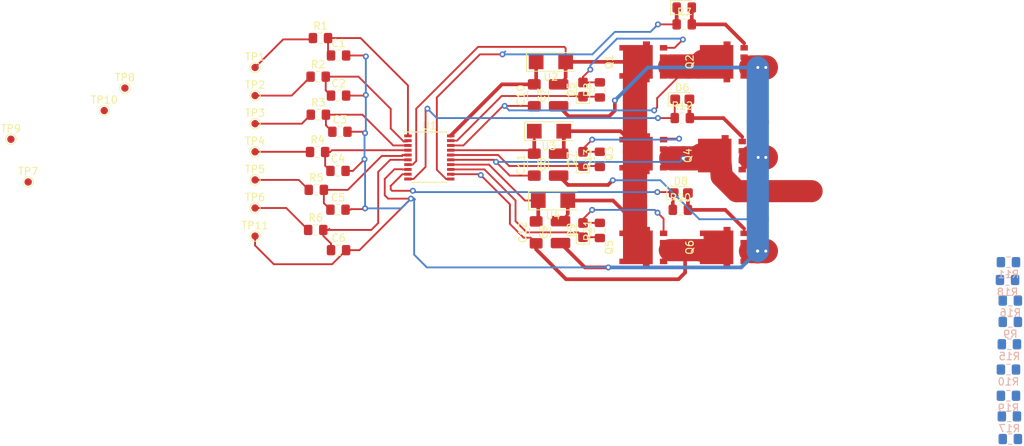
<source format=kicad_pcb>
(kicad_pcb (version 20171130) (host pcbnew "(5.1.4)-1")

  (general
    (thickness 1.6)
    (drawings 0)
    (tracks 357)
    (zones 0)
    (modules 60)
    (nets 37)
  )

  (page A4)
  (layers
    (0 F.Cu signal)
    (31 B.Cu signal)
    (32 B.Adhes user)
    (33 F.Adhes user)
    (34 B.Paste user)
    (35 F.Paste user)
    (36 B.SilkS user)
    (37 F.SilkS user)
    (38 B.Mask user)
    (39 F.Mask user)
    (40 Dwgs.User user)
    (41 Cmts.User user)
    (42 Eco1.User user)
    (43 Eco2.User user)
    (44 Edge.Cuts user)
    (45 Margin user)
    (46 B.CrtYd user)
    (47 F.CrtYd user)
    (48 B.Fab user)
    (49 F.Fab user hide)
  )

  (setup
    (last_trace_width 0.25)
    (user_trace_width 0.5)
    (user_trace_width 3)
    (user_trace_width 3.29)
    (trace_clearance 0.2)
    (zone_clearance 0.508)
    (zone_45_only no)
    (trace_min 0.2)
    (via_size 0.8)
    (via_drill 0.4)
    (via_min_size 0.4)
    (via_min_drill 0.3)
    (uvia_size 0.3)
    (uvia_drill 0.1)
    (uvias_allowed no)
    (uvia_min_size 0.2)
    (uvia_min_drill 0.1)
    (edge_width 0.05)
    (segment_width 0.2)
    (pcb_text_width 0.3)
    (pcb_text_size 1.5 1.5)
    (mod_edge_width 0.12)
    (mod_text_size 1 1)
    (mod_text_width 0.15)
    (pad_size 1.524 1.524)
    (pad_drill 0.762)
    (pad_to_mask_clearance 0.051)
    (solder_mask_min_width 0.25)
    (aux_axis_origin 0 0)
    (visible_elements 7FF9FFFF)
    (pcbplotparams
      (layerselection 0x010fc_ffffffff)
      (usegerberextensions false)
      (usegerberattributes false)
      (usegerberadvancedattributes false)
      (creategerberjobfile false)
      (excludeedgelayer true)
      (linewidth 0.100000)
      (plotframeref false)
      (viasonmask false)
      (mode 1)
      (useauxorigin false)
      (hpglpennumber 1)
      (hpglpenspeed 20)
      (hpglpendiameter 15.000000)
      (psnegative false)
      (psa4output false)
      (plotreference true)
      (plotvalue true)
      (plotinvisibletext false)
      (padsonsilk false)
      (subtractmaskfromsilk false)
      (outputformat 1)
      (mirror false)
      (drillshape 1)
      (scaleselection 1)
      (outputdirectory ""))
  )

  (net 0 "")
  (net 1 "Net-(C1-Pad1)")
  (net 2 GND)
  (net 3 "Net-(C2-Pad1)")
  (net 4 "Net-(C3-Pad1)")
  (net 5 "Net-(C4-Pad1)")
  (net 6 "Net-(C5-Pad1)")
  (net 7 "Net-(C6-Pad1)")
  (net 8 VCC)
  (net 9 PHASE_A)
  (net 10 "Net-(C10-Pad2)")
  (net 11 "Net-(C11-Pad2)")
  (net 12 PHASE_B)
  (net 13 PHASE_C)
  (net 14 "Net-(C12-Pad2)")
  (net 15 GL_A)
  (net 16 "Net-(D4-Pad2)")
  (net 17 GH_A)
  (net 18 "Net-(D5-Pad2)")
  (net 19 GL_B)
  (net 20 "Net-(D6-Pad2)")
  (net 21 "Net-(D7-Pad2)")
  (net 22 GH_B)
  (net 23 GL_C)
  (net 24 "Net-(D8-Pad2)")
  (net 25 "Net-(D9-Pad2)")
  (net 26 GH_C)
  (net 27 HIN_A)
  (net 28 HIN_B)
  (net 29 HIN_C)
  (net 30 LIN_A)
  (net 31 LIN_B)
  (net 32 LIN_C)
  (net 33 SENSE_A)
  (net 34 SENSE_COM)
  (net 35 SENSE_B)
  (net 36 SENSE_C)

  (net_class Default "This is the default net class."
    (clearance 0.2)
    (trace_width 0.25)
    (via_dia 0.8)
    (via_drill 0.4)
    (uvia_dia 0.3)
    (uvia_drill 0.1)
    (add_net GH_A)
    (add_net GH_B)
    (add_net GH_C)
    (add_net GL_A)
    (add_net GL_B)
    (add_net GL_C)
    (add_net GND)
    (add_net HIN_A)
    (add_net HIN_B)
    (add_net HIN_C)
    (add_net LIN_A)
    (add_net LIN_B)
    (add_net LIN_C)
    (add_net "Net-(C1-Pad1)")
    (add_net "Net-(C10-Pad2)")
    (add_net "Net-(C11-Pad2)")
    (add_net "Net-(C12-Pad2)")
    (add_net "Net-(C2-Pad1)")
    (add_net "Net-(C3-Pad1)")
    (add_net "Net-(C4-Pad1)")
    (add_net "Net-(C5-Pad1)")
    (add_net "Net-(C6-Pad1)")
    (add_net "Net-(D4-Pad2)")
    (add_net "Net-(D5-Pad2)")
    (add_net "Net-(D6-Pad2)")
    (add_net "Net-(D7-Pad2)")
    (add_net "Net-(D8-Pad2)")
    (add_net "Net-(D9-Pad2)")
    (add_net PHASE_A)
    (add_net PHASE_B)
    (add_net PHASE_C)
    (add_net SENSE_A)
    (add_net SENSE_B)
    (add_net SENSE_C)
    (add_net SENSE_COM)
    (add_net VCC)
  )

  (module Resistor_SMD:R_0805_2012Metric_Pad1.15x1.40mm_HandSolder (layer F.Cu) (tedit 5B36C52B) (tstamp 5DB4A09B)
    (at 122.419 110.744)
    (descr "Resistor SMD 0805 (2012 Metric), square (rectangular) end terminal, IPC_7351 nominal with elongated pad for handsoldering. (Body size source: https://docs.google.com/spreadsheets/d/1BsfQQcO9C6DZCsRaXUlFlo91Tg2WpOkGARC1WS5S8t0/edit?usp=sharing), generated with kicad-footprint-generator")
    (tags "resistor handsolder")
    (path /5E1A9C13)
    (attr smd)
    (fp_text reference R20 (at 0 -1.65) (layer F.SilkS)
      (effects (font (size 1 1) (thickness 0.15)))
    )
    (fp_text value 3.3 (at 0 1.65) (layer F.Fab)
      (effects (font (size 1 1) (thickness 0.15)))
    )
    (fp_text user %R (at 0 0) (layer F.Fab)
      (effects (font (size 0.5 0.5) (thickness 0.08)))
    )
    (fp_line (start 1.85 0.95) (end -1.85 0.95) (layer F.CrtYd) (width 0.05))
    (fp_line (start 1.85 -0.95) (end 1.85 0.95) (layer F.CrtYd) (width 0.05))
    (fp_line (start -1.85 -0.95) (end 1.85 -0.95) (layer F.CrtYd) (width 0.05))
    (fp_line (start -1.85 0.95) (end -1.85 -0.95) (layer F.CrtYd) (width 0.05))
    (fp_line (start -0.261252 0.71) (end 0.261252 0.71) (layer F.SilkS) (width 0.12))
    (fp_line (start -0.261252 -0.71) (end 0.261252 -0.71) (layer F.SilkS) (width 0.12))
    (fp_line (start 1 0.6) (end -1 0.6) (layer F.Fab) (width 0.1))
    (fp_line (start 1 -0.6) (end 1 0.6) (layer F.Fab) (width 0.1))
    (fp_line (start -1 -0.6) (end 1 -0.6) (layer F.Fab) (width 0.1))
    (fp_line (start -1 0.6) (end -1 -0.6) (layer F.Fab) (width 0.1))
    (pad 2 smd roundrect (at 1.025 0) (size 1.15 1.4) (layers F.Cu F.Paste F.Mask) (roundrect_rratio 0.217391)
      (net 24 "Net-(D8-Pad2)"))
    (pad 1 smd roundrect (at -1.025 0) (size 1.15 1.4) (layers F.Cu F.Paste F.Mask) (roundrect_rratio 0.217391)
      (net 23 GL_C))
    (model ${KISYS3DMOD}/Resistor_SMD.3dshapes/R_0805_2012Metric.wrl
      (at (xyz 0 0 0))
      (scale (xyz 1 1 1))
      (rotate (xyz 0 0 0))
    )
  )

  (module Package_SO:SSOP-20_4.4x6.5mm_P0.65mm (layer F.Cu) (tedit 5A02F25C) (tstamp 5DB4A12E)
    (at 88.392 103.632)
    (descr "SSOP20: plastic shrink small outline package; 20 leads; body width 4.4 mm; (see NXP SSOP-TSSOP-VSO-REFLOW.pdf and sot266-1_po.pdf)")
    (tags "SSOP 0.65")
    (path /5E13CC26)
    (attr smd)
    (fp_text reference U1 (at 0 -4.3) (layer F.SilkS)
      (effects (font (size 1 1) (thickness 0.15)))
    )
    (fp_text value FD6288 (at 0 4.3) (layer F.Fab)
      (effects (font (size 1 1) (thickness 0.15)))
    )
    (fp_text user %R (at 0 0) (layer F.Fab)
      (effects (font (size 0.8 0.8) (thickness 0.15)))
    )
    (fp_line (start -2.325 3.375) (end 2.325 3.375) (layer F.SilkS) (width 0.15))
    (fp_line (start -3.4 -3.45) (end 2.325 -3.45) (layer F.SilkS) (width 0.15))
    (fp_line (start -2.325 3.375) (end -2.325 3.35) (layer F.SilkS) (width 0.15))
    (fp_line (start 2.325 3.375) (end 2.325 3.35) (layer F.SilkS) (width 0.15))
    (fp_line (start 2.325 -3.45) (end 2.325 -3.35) (layer F.SilkS) (width 0.15))
    (fp_line (start -3.65 3.55) (end 3.65 3.55) (layer F.CrtYd) (width 0.05))
    (fp_line (start -3.65 -3.55) (end 3.65 -3.55) (layer F.CrtYd) (width 0.05))
    (fp_line (start 3.65 -3.55) (end 3.65 3.55) (layer F.CrtYd) (width 0.05))
    (fp_line (start -3.65 -3.55) (end -3.65 3.55) (layer F.CrtYd) (width 0.05))
    (fp_line (start -2.2 -2.25) (end -1.2 -3.25) (layer F.Fab) (width 0.15))
    (fp_line (start -2.2 3.25) (end -2.2 -2.25) (layer F.Fab) (width 0.15))
    (fp_line (start 2.2 3.25) (end -2.2 3.25) (layer F.Fab) (width 0.15))
    (fp_line (start 2.2 -3.25) (end 2.2 3.25) (layer F.Fab) (width 0.15))
    (fp_line (start -1.2 -3.25) (end 2.2 -3.25) (layer F.Fab) (width 0.15))
    (pad 20 smd rect (at 2.9 -2.925) (size 1 0.4) (layers F.Cu F.Paste F.Mask)
      (net 10 "Net-(C10-Pad2)"))
    (pad 19 smd rect (at 2.9 -2.275) (size 1 0.4) (layers F.Cu F.Paste F.Mask)
      (net 17 GH_A))
    (pad 18 smd rect (at 2.9 -1.625) (size 1 0.4) (layers F.Cu F.Paste F.Mask)
      (net 9 PHASE_A))
    (pad 17 smd rect (at 2.9 -0.975) (size 1 0.4) (layers F.Cu F.Paste F.Mask)
      (net 11 "Net-(C11-Pad2)"))
    (pad 16 smd rect (at 2.9 -0.325) (size 1 0.4) (layers F.Cu F.Paste F.Mask)
      (net 22 GH_B))
    (pad 15 smd rect (at 2.9 0.325) (size 1 0.4) (layers F.Cu F.Paste F.Mask)
      (net 12 PHASE_B))
    (pad 14 smd rect (at 2.9 0.975) (size 1 0.4) (layers F.Cu F.Paste F.Mask)
      (net 14 "Net-(C12-Pad2)"))
    (pad 13 smd rect (at 2.9 1.625) (size 1 0.4) (layers F.Cu F.Paste F.Mask)
      (net 26 GH_C))
    (pad 12 smd rect (at 2.9 2.275) (size 1 0.4) (layers F.Cu F.Paste F.Mask)
      (net 13 PHASE_C))
    (pad 11 smd rect (at 2.9 2.925) (size 1 0.4) (layers F.Cu F.Paste F.Mask)
      (net 15 GL_A))
    (pad 10 smd rect (at -2.9 2.925) (size 1 0.4) (layers F.Cu F.Paste F.Mask)
      (net 19 GL_B))
    (pad 9 smd rect (at -2.9 2.275) (size 1 0.4) (layers F.Cu F.Paste F.Mask)
      (net 23 GL_C))
    (pad 8 smd rect (at -2.9 1.625) (size 1 0.4) (layers F.Cu F.Paste F.Mask)
      (net 2 GND))
    (pad 7 smd rect (at -2.9 0.975) (size 1 0.4) (layers F.Cu F.Paste F.Mask)
      (net 8 VCC))
    (pad 6 smd rect (at -2.9 0.325) (size 1 0.4) (layers F.Cu F.Paste F.Mask)
      (net 7 "Net-(C6-Pad1)"))
    (pad 5 smd rect (at -2.9 -0.325) (size 1 0.4) (layers F.Cu F.Paste F.Mask)
      (net 6 "Net-(C5-Pad1)"))
    (pad 4 smd rect (at -2.9 -0.975) (size 1 0.4) (layers F.Cu F.Paste F.Mask)
      (net 5 "Net-(C4-Pad1)"))
    (pad 3 smd rect (at -2.9 -1.625) (size 1 0.4) (layers F.Cu F.Paste F.Mask)
      (net 4 "Net-(C3-Pad1)"))
    (pad 2 smd rect (at -2.9 -2.275) (size 1 0.4) (layers F.Cu F.Paste F.Mask)
      (net 3 "Net-(C2-Pad1)"))
    (pad 1 smd rect (at -2.9 -2.925) (size 1 0.4) (layers F.Cu F.Paste F.Mask)
      (net 1 "Net-(C1-Pad1)"))
    (model ${KISYS3DMOD}/Package_SO.3dshapes/SSOP-20_4.4x6.5mm_P0.65mm.wrl
      (at (xyz 0 0 0))
      (scale (xyz 1 1 1))
      (rotate (xyz 0 0 0))
    )
  )

  (module Resistor_SMD:R_0805_2012Metric_Pad1.15x1.40mm_HandSolder (layer F.Cu) (tedit 5B36C52B) (tstamp 5DB49FCF)
    (at 111.506 94.479 90)
    (descr "Resistor SMD 0805 (2012 Metric), square (rectangular) end terminal, IPC_7351 nominal with elongated pad for handsoldering. (Body size source: https://docs.google.com/spreadsheets/d/1BsfQQcO9C6DZCsRaXUlFlo91Tg2WpOkGARC1WS5S8t0/edit?usp=sharing), generated with kicad-footprint-generator")
    (tags "resistor handsolder")
    (path /5E19BFB6)
    (attr smd)
    (fp_text reference R8 (at 0 -1.65 90) (layer F.SilkS)
      (effects (font (size 1 1) (thickness 0.15)))
    )
    (fp_text value 3.3 (at 0 1.65 90) (layer F.Fab)
      (effects (font (size 1 1) (thickness 0.15)))
    )
    (fp_text user %R (at 0 0 90) (layer F.Fab)
      (effects (font (size 0.5 0.5) (thickness 0.08)))
    )
    (fp_line (start 1.85 0.95) (end -1.85 0.95) (layer F.CrtYd) (width 0.05))
    (fp_line (start 1.85 -0.95) (end 1.85 0.95) (layer F.CrtYd) (width 0.05))
    (fp_line (start -1.85 -0.95) (end 1.85 -0.95) (layer F.CrtYd) (width 0.05))
    (fp_line (start -1.85 0.95) (end -1.85 -0.95) (layer F.CrtYd) (width 0.05))
    (fp_line (start -0.261252 0.71) (end 0.261252 0.71) (layer F.SilkS) (width 0.12))
    (fp_line (start -0.261252 -0.71) (end 0.261252 -0.71) (layer F.SilkS) (width 0.12))
    (fp_line (start 1 0.6) (end -1 0.6) (layer F.Fab) (width 0.1))
    (fp_line (start 1 -0.6) (end 1 0.6) (layer F.Fab) (width 0.1))
    (fp_line (start -1 -0.6) (end 1 -0.6) (layer F.Fab) (width 0.1))
    (fp_line (start -1 0.6) (end -1 -0.6) (layer F.Fab) (width 0.1))
    (pad 2 smd roundrect (at 1.025 0 90) (size 1.15 1.4) (layers F.Cu F.Paste F.Mask) (roundrect_rratio 0.217391)
      (net 18 "Net-(D5-Pad2)"))
    (pad 1 smd roundrect (at -1.025 0 90) (size 1.15 1.4) (layers F.Cu F.Paste F.Mask) (roundrect_rratio 0.217391)
      (net 17 GH_A))
    (model ${KISYS3DMOD}/Resistor_SMD.3dshapes/R_0805_2012Metric.wrl
      (at (xyz 0 0 0))
      (scale (xyz 1 1 1))
      (rotate (xyz 0 0 0))
    )
  )

  (module Diode_SMD:D_0805_2012Metric_Castellated (layer F.Cu) (tedit 5B36C52B) (tstamp 5DB49ECD)
    (at 109.22 103.8325 90)
    (descr "Diode SMD 0805 (2012 Metric), castellated end terminal, IPC_7351 nominal, (Body size source: https://docs.google.com/spreadsheets/d/1BsfQQcO9C6DZCsRaXUlFlo91Tg2WpOkGARC1WS5S8t0/edit?usp=sharing), generated with kicad-footprint-generator")
    (tags "diode castellated")
    (path /5E1A72E2)
    (attr smd)
    (fp_text reference D7 (at 0 -1.6 90) (layer F.SilkS)
      (effects (font (size 1 1) (thickness 0.15)))
    )
    (fp_text value 1N4148 (at 0 1.6 90) (layer F.Fab)
      (effects (font (size 1 1) (thickness 0.15)))
    )
    (fp_text user %R (at 0 0 90) (layer F.Fab)
      (effects (font (size 0.5 0.5) (thickness 0.08)))
    )
    (fp_line (start 1.88 0.9) (end -1.88 0.9) (layer F.CrtYd) (width 0.05))
    (fp_line (start 1.88 -0.9) (end 1.88 0.9) (layer F.CrtYd) (width 0.05))
    (fp_line (start -1.88 -0.9) (end 1.88 -0.9) (layer F.CrtYd) (width 0.05))
    (fp_line (start -1.88 0.9) (end -1.88 -0.9) (layer F.CrtYd) (width 0.05))
    (fp_line (start -1.885 0.91) (end 1 0.91) (layer F.SilkS) (width 0.12))
    (fp_line (start -1.885 -0.91) (end -1.885 0.91) (layer F.SilkS) (width 0.12))
    (fp_line (start 1 -0.91) (end -1.885 -0.91) (layer F.SilkS) (width 0.12))
    (fp_line (start 1 0.6) (end 1 -0.6) (layer F.Fab) (width 0.1))
    (fp_line (start -1 0.6) (end 1 0.6) (layer F.Fab) (width 0.1))
    (fp_line (start -1 -0.3) (end -1 0.6) (layer F.Fab) (width 0.1))
    (fp_line (start -0.7 -0.6) (end -1 -0.3) (layer F.Fab) (width 0.1))
    (fp_line (start 1 -0.6) (end -0.7 -0.6) (layer F.Fab) (width 0.1))
    (pad 2 smd roundrect (at 0.9625 0 90) (size 1.325 1.3) (layers F.Cu F.Paste F.Mask) (roundrect_rratio 0.192308)
      (net 21 "Net-(D7-Pad2)"))
    (pad 1 smd roundrect (at -0.9625 0 90) (size 1.325 1.3) (layers F.Cu F.Paste F.Mask) (roundrect_rratio 0.192308)
      (net 22 GH_B))
    (model ${KISYS3DMOD}/Diode_SMD.3dshapes/D_0805_2012Metric_Castellated.wrl
      (at (xyz 0 0 0))
      (scale (xyz 1 1 1))
      (rotate (xyz 0 0 0))
    )
  )

  (module half_bridge_v1.0:MURA110T3 (layer F.Cu) (tedit 5DB43237) (tstamp 5DB4A140)
    (at 104.616 100.076 180)
    (path /5E37659D)
    (attr smd)
    (fp_text reference U3 (at 0 -2.032) (layer F.SilkS)
      (effects (font (size 1 1) (thickness 0.15)))
    )
    (fp_text value MURA110T3 (at 0 2.032) (layer F.Fab)
      (effects (font (size 1 1) (thickness 0.15)))
    )
    (fp_line (start -3.302 -1.27) (end 3.302 -1.27) (layer F.SilkS) (width 0.12))
    (fp_line (start 3.302 -1.27) (end 3.302 1.27) (layer F.SilkS) (width 0.16))
    (fp_line (start 3.302 1.27) (end -3.302 1.27) (layer F.SilkS) (width 0.12))
    (pad 2 smd rect (at -2 0 180) (size 2 2) (layers F.Cu F.Paste F.Mask)
      (net 8 VCC))
    (pad 1 smd rect (at 2 0 180) (size 2 2) (layers F.Cu F.Paste F.Mask)
      (net 11 "Net-(C11-Pad2)"))
  )

  (module half_bridge_v1.0:MURA110T3 (layer F.Cu) (tedit 5DB43237) (tstamp 5DB4A137)
    (at 104.87 90.678 180)
    (path /5E36D732)
    (attr smd)
    (fp_text reference U2 (at 0 -2.032) (layer F.SilkS)
      (effects (font (size 1 1) (thickness 0.15)))
    )
    (fp_text value MURA110T3 (at 0 2.032) (layer F.Fab)
      (effects (font (size 1 1) (thickness 0.15)))
    )
    (fp_line (start 3.302 1.27) (end -3.302 1.27) (layer F.SilkS) (width 0.12))
    (fp_line (start 3.302 -1.27) (end 3.302 1.27) (layer F.SilkS) (width 0.16))
    (fp_line (start -3.302 -1.27) (end 3.302 -1.27) (layer F.SilkS) (width 0.12))
    (pad 1 smd rect (at 2 0 180) (size 2 2) (layers F.Cu F.Paste F.Mask)
      (net 10 "Net-(C10-Pad2)"))
    (pad 2 smd rect (at -2 0 180) (size 2 2) (layers F.Cu F.Paste F.Mask)
      (net 8 VCC))
  )

  (module Capacitor_SMD:C_0805_2012Metric_Pad1.15x1.40mm_HandSolder (layer F.Cu) (tedit 5B36C52B) (tstamp 5DB82DF2)
    (at 76.0894 89.8144)
    (descr "Capacitor SMD 0805 (2012 Metric), square (rectangular) end terminal, IPC_7351 nominal with elongated pad for handsoldering. (Body size source: https://docs.google.com/spreadsheets/d/1BsfQQcO9C6DZCsRaXUlFlo91Tg2WpOkGARC1WS5S8t0/edit?usp=sharing), generated with kicad-footprint-generator")
    (tags "capacitor handsolder")
    (path /5E159DA5)
    (attr smd)
    (fp_text reference C1 (at 0 -1.65) (layer F.SilkS)
      (effects (font (size 1 1) (thickness 0.15)))
    )
    (fp_text value 33pF (at 0 1.65) (layer F.Fab)
      (effects (font (size 1 1) (thickness 0.15)))
    )
    (fp_line (start -1 0.6) (end -1 -0.6) (layer F.Fab) (width 0.1))
    (fp_line (start -1 -0.6) (end 1 -0.6) (layer F.Fab) (width 0.1))
    (fp_line (start 1 -0.6) (end 1 0.6) (layer F.Fab) (width 0.1))
    (fp_line (start 1 0.6) (end -1 0.6) (layer F.Fab) (width 0.1))
    (fp_line (start -0.261252 -0.71) (end 0.261252 -0.71) (layer F.SilkS) (width 0.12))
    (fp_line (start -0.261252 0.71) (end 0.261252 0.71) (layer F.SilkS) (width 0.12))
    (fp_line (start -1.85 0.95) (end -1.85 -0.95) (layer F.CrtYd) (width 0.05))
    (fp_line (start -1.85 -0.95) (end 1.85 -0.95) (layer F.CrtYd) (width 0.05))
    (fp_line (start 1.85 -0.95) (end 1.85 0.95) (layer F.CrtYd) (width 0.05))
    (fp_line (start 1.85 0.95) (end -1.85 0.95) (layer F.CrtYd) (width 0.05))
    (fp_text user %R (at 0 0) (layer F.Fab)
      (effects (font (size 0.5 0.5) (thickness 0.08)))
    )
    (pad 1 smd roundrect (at -1.025 0) (size 1.15 1.4) (layers F.Cu F.Paste F.Mask) (roundrect_rratio 0.217391)
      (net 1 "Net-(C1-Pad1)"))
    (pad 2 smd roundrect (at 1.025 0) (size 1.15 1.4) (layers F.Cu F.Paste F.Mask) (roundrect_rratio 0.217391)
      (net 2 GND))
    (model ${KISYS3DMOD}/Capacitor_SMD.3dshapes/C_0805_2012Metric.wrl
      (at (xyz 0 0 0))
      (scale (xyz 1 1 1))
      (rotate (xyz 0 0 0))
    )
  )

  (module Capacitor_SMD:C_0805_2012Metric_Pad1.15x1.40mm_HandSolder (layer F.Cu) (tedit 5B36C52B) (tstamp 5DB82D92)
    (at 76.0894 95.25)
    (descr "Capacitor SMD 0805 (2012 Metric), square (rectangular) end terminal, IPC_7351 nominal with elongated pad for handsoldering. (Body size source: https://docs.google.com/spreadsheets/d/1BsfQQcO9C6DZCsRaXUlFlo91Tg2WpOkGARC1WS5S8t0/edit?usp=sharing), generated with kicad-footprint-generator")
    (tags "capacitor handsolder")
    (path /5E15F916)
    (attr smd)
    (fp_text reference C2 (at 0 -1.65) (layer F.SilkS)
      (effects (font (size 1 1) (thickness 0.15)))
    )
    (fp_text value 33pF (at 0 1.65) (layer F.Fab)
      (effects (font (size 1 1) (thickness 0.15)))
    )
    (fp_text user %R (at 0 0) (layer F.Fab)
      (effects (font (size 0.5 0.5) (thickness 0.08)))
    )
    (fp_line (start 1.85 0.95) (end -1.85 0.95) (layer F.CrtYd) (width 0.05))
    (fp_line (start 1.85 -0.95) (end 1.85 0.95) (layer F.CrtYd) (width 0.05))
    (fp_line (start -1.85 -0.95) (end 1.85 -0.95) (layer F.CrtYd) (width 0.05))
    (fp_line (start -1.85 0.95) (end -1.85 -0.95) (layer F.CrtYd) (width 0.05))
    (fp_line (start -0.261252 0.71) (end 0.261252 0.71) (layer F.SilkS) (width 0.12))
    (fp_line (start -0.261252 -0.71) (end 0.261252 -0.71) (layer F.SilkS) (width 0.12))
    (fp_line (start 1 0.6) (end -1 0.6) (layer F.Fab) (width 0.1))
    (fp_line (start 1 -0.6) (end 1 0.6) (layer F.Fab) (width 0.1))
    (fp_line (start -1 -0.6) (end 1 -0.6) (layer F.Fab) (width 0.1))
    (fp_line (start -1 0.6) (end -1 -0.6) (layer F.Fab) (width 0.1))
    (pad 2 smd roundrect (at 1.025 0) (size 1.15 1.4) (layers F.Cu F.Paste F.Mask) (roundrect_rratio 0.217391)
      (net 2 GND))
    (pad 1 smd roundrect (at -1.025 0) (size 1.15 1.4) (layers F.Cu F.Paste F.Mask) (roundrect_rratio 0.217391)
      (net 3 "Net-(C2-Pad1)"))
    (model ${KISYS3DMOD}/Capacitor_SMD.3dshapes/C_0805_2012Metric.wrl
      (at (xyz 0 0 0))
      (scale (xyz 1 1 1))
      (rotate (xyz 0 0 0))
    )
  )

  (module Capacitor_SMD:C_0805_2012Metric_Pad1.15x1.40mm_HandSolder (layer F.Cu) (tedit 5B36C52B) (tstamp 5DB82D32)
    (at 76.2672 100.1522)
    (descr "Capacitor SMD 0805 (2012 Metric), square (rectangular) end terminal, IPC_7351 nominal with elongated pad for handsoldering. (Body size source: https://docs.google.com/spreadsheets/d/1BsfQQcO9C6DZCsRaXUlFlo91Tg2WpOkGARC1WS5S8t0/edit?usp=sharing), generated with kicad-footprint-generator")
    (tags "capacitor handsolder")
    (path /5E1603F7)
    (attr smd)
    (fp_text reference C3 (at 0 -1.65) (layer F.SilkS)
      (effects (font (size 1 1) (thickness 0.15)))
    )
    (fp_text value 33pF (at 0 1.65) (layer F.Fab)
      (effects (font (size 1 1) (thickness 0.15)))
    )
    (fp_text user %R (at 0 0) (layer F.Fab)
      (effects (font (size 0.5 0.5) (thickness 0.08)))
    )
    (fp_line (start 1.85 0.95) (end -1.85 0.95) (layer F.CrtYd) (width 0.05))
    (fp_line (start 1.85 -0.95) (end 1.85 0.95) (layer F.CrtYd) (width 0.05))
    (fp_line (start -1.85 -0.95) (end 1.85 -0.95) (layer F.CrtYd) (width 0.05))
    (fp_line (start -1.85 0.95) (end -1.85 -0.95) (layer F.CrtYd) (width 0.05))
    (fp_line (start -0.261252 0.71) (end 0.261252 0.71) (layer F.SilkS) (width 0.12))
    (fp_line (start -0.261252 -0.71) (end 0.261252 -0.71) (layer F.SilkS) (width 0.12))
    (fp_line (start 1 0.6) (end -1 0.6) (layer F.Fab) (width 0.1))
    (fp_line (start 1 -0.6) (end 1 0.6) (layer F.Fab) (width 0.1))
    (fp_line (start -1 -0.6) (end 1 -0.6) (layer F.Fab) (width 0.1))
    (fp_line (start -1 0.6) (end -1 -0.6) (layer F.Fab) (width 0.1))
    (pad 2 smd roundrect (at 1.025 0) (size 1.15 1.4) (layers F.Cu F.Paste F.Mask) (roundrect_rratio 0.217391)
      (net 2 GND))
    (pad 1 smd roundrect (at -1.025 0) (size 1.15 1.4) (layers F.Cu F.Paste F.Mask) (roundrect_rratio 0.217391)
      (net 4 "Net-(C3-Pad1)"))
    (model ${KISYS3DMOD}/Capacitor_SMD.3dshapes/C_0805_2012Metric.wrl
      (at (xyz 0 0 0))
      (scale (xyz 1 1 1))
      (rotate (xyz 0 0 0))
    )
  )

  (module Capacitor_SMD:C_0805_2012Metric_Pad1.15x1.40mm_HandSolder (layer F.Cu) (tedit 5B36C52B) (tstamp 5DB82D62)
    (at 76.0132 105.4608)
    (descr "Capacitor SMD 0805 (2012 Metric), square (rectangular) end terminal, IPC_7351 nominal with elongated pad for handsoldering. (Body size source: https://docs.google.com/spreadsheets/d/1BsfQQcO9C6DZCsRaXUlFlo91Tg2WpOkGARC1WS5S8t0/edit?usp=sharing), generated with kicad-footprint-generator")
    (tags "capacitor handsolder")
    (path /5E166543)
    (attr smd)
    (fp_text reference C4 (at 0 -1.65) (layer F.SilkS)
      (effects (font (size 1 1) (thickness 0.15)))
    )
    (fp_text value 33pF (at 0 1.65) (layer F.Fab)
      (effects (font (size 1 1) (thickness 0.15)))
    )
    (fp_line (start -1 0.6) (end -1 -0.6) (layer F.Fab) (width 0.1))
    (fp_line (start -1 -0.6) (end 1 -0.6) (layer F.Fab) (width 0.1))
    (fp_line (start 1 -0.6) (end 1 0.6) (layer F.Fab) (width 0.1))
    (fp_line (start 1 0.6) (end -1 0.6) (layer F.Fab) (width 0.1))
    (fp_line (start -0.261252 -0.71) (end 0.261252 -0.71) (layer F.SilkS) (width 0.12))
    (fp_line (start -0.261252 0.71) (end 0.261252 0.71) (layer F.SilkS) (width 0.12))
    (fp_line (start -1.85 0.95) (end -1.85 -0.95) (layer F.CrtYd) (width 0.05))
    (fp_line (start -1.85 -0.95) (end 1.85 -0.95) (layer F.CrtYd) (width 0.05))
    (fp_line (start 1.85 -0.95) (end 1.85 0.95) (layer F.CrtYd) (width 0.05))
    (fp_line (start 1.85 0.95) (end -1.85 0.95) (layer F.CrtYd) (width 0.05))
    (fp_text user %R (at 0 0) (layer F.Fab)
      (effects (font (size 0.5 0.5) (thickness 0.08)))
    )
    (pad 1 smd roundrect (at -1.025 0) (size 1.15 1.4) (layers F.Cu F.Paste F.Mask) (roundrect_rratio 0.217391)
      (net 5 "Net-(C4-Pad1)"))
    (pad 2 smd roundrect (at 1.025 0) (size 1.15 1.4) (layers F.Cu F.Paste F.Mask) (roundrect_rratio 0.217391)
      (net 2 GND))
    (model ${KISYS3DMOD}/Capacitor_SMD.3dshapes/C_0805_2012Metric.wrl
      (at (xyz 0 0 0))
      (scale (xyz 1 1 1))
      (rotate (xyz 0 0 0))
    )
  )

  (module Capacitor_SMD:C_0805_2012Metric_Pad1.15x1.40mm_HandSolder (layer F.Cu) (tedit 5B36C52B) (tstamp 5DB82E22)
    (at 76.0058 110.7186)
    (descr "Capacitor SMD 0805 (2012 Metric), square (rectangular) end terminal, IPC_7351 nominal with elongated pad for handsoldering. (Body size source: https://docs.google.com/spreadsheets/d/1BsfQQcO9C6DZCsRaXUlFlo91Tg2WpOkGARC1WS5S8t0/edit?usp=sharing), generated with kicad-footprint-generator")
    (tags "capacitor handsolder")
    (path /5E1676F8)
    (attr smd)
    (fp_text reference C5 (at 0 -1.65) (layer F.SilkS)
      (effects (font (size 1 1) (thickness 0.15)))
    )
    (fp_text value 33pF (at 0 1.65) (layer F.Fab)
      (effects (font (size 1 1) (thickness 0.15)))
    )
    (fp_text user %R (at 0 0) (layer F.Fab)
      (effects (font (size 0.5 0.5) (thickness 0.08)))
    )
    (fp_line (start 1.85 0.95) (end -1.85 0.95) (layer F.CrtYd) (width 0.05))
    (fp_line (start 1.85 -0.95) (end 1.85 0.95) (layer F.CrtYd) (width 0.05))
    (fp_line (start -1.85 -0.95) (end 1.85 -0.95) (layer F.CrtYd) (width 0.05))
    (fp_line (start -1.85 0.95) (end -1.85 -0.95) (layer F.CrtYd) (width 0.05))
    (fp_line (start -0.261252 0.71) (end 0.261252 0.71) (layer F.SilkS) (width 0.12))
    (fp_line (start -0.261252 -0.71) (end 0.261252 -0.71) (layer F.SilkS) (width 0.12))
    (fp_line (start 1 0.6) (end -1 0.6) (layer F.Fab) (width 0.1))
    (fp_line (start 1 -0.6) (end 1 0.6) (layer F.Fab) (width 0.1))
    (fp_line (start -1 -0.6) (end 1 -0.6) (layer F.Fab) (width 0.1))
    (fp_line (start -1 0.6) (end -1 -0.6) (layer F.Fab) (width 0.1))
    (pad 2 smd roundrect (at 1.025 0) (size 1.15 1.4) (layers F.Cu F.Paste F.Mask) (roundrect_rratio 0.217391)
      (net 2 GND))
    (pad 1 smd roundrect (at -1.025 0) (size 1.15 1.4) (layers F.Cu F.Paste F.Mask) (roundrect_rratio 0.217391)
      (net 6 "Net-(C5-Pad1)"))
    (model ${KISYS3DMOD}/Capacitor_SMD.3dshapes/C_0805_2012Metric.wrl
      (at (xyz 0 0 0))
      (scale (xyz 1 1 1))
      (rotate (xyz 0 0 0))
    )
  )

  (module Capacitor_SMD:C_0805_2012Metric_Pad1.15x1.40mm_HandSolder (layer F.Cu) (tedit 5B36C52B) (tstamp 5DB82DC2)
    (at 76.0894 116.205)
    (descr "Capacitor SMD 0805 (2012 Metric), square (rectangular) end terminal, IPC_7351 nominal with elongated pad for handsoldering. (Body size source: https://docs.google.com/spreadsheets/d/1BsfQQcO9C6DZCsRaXUlFlo91Tg2WpOkGARC1WS5S8t0/edit?usp=sharing), generated with kicad-footprint-generator")
    (tags "capacitor handsolder")
    (path /5E168A88)
    (attr smd)
    (fp_text reference C6 (at 0 -1.65) (layer F.SilkS)
      (effects (font (size 1 1) (thickness 0.15)))
    )
    (fp_text value 33pF (at 0 1.65) (layer F.Fab)
      (effects (font (size 1 1) (thickness 0.15)))
    )
    (fp_line (start -1 0.6) (end -1 -0.6) (layer F.Fab) (width 0.1))
    (fp_line (start -1 -0.6) (end 1 -0.6) (layer F.Fab) (width 0.1))
    (fp_line (start 1 -0.6) (end 1 0.6) (layer F.Fab) (width 0.1))
    (fp_line (start 1 0.6) (end -1 0.6) (layer F.Fab) (width 0.1))
    (fp_line (start -0.261252 -0.71) (end 0.261252 -0.71) (layer F.SilkS) (width 0.12))
    (fp_line (start -0.261252 0.71) (end 0.261252 0.71) (layer F.SilkS) (width 0.12))
    (fp_line (start -1.85 0.95) (end -1.85 -0.95) (layer F.CrtYd) (width 0.05))
    (fp_line (start -1.85 -0.95) (end 1.85 -0.95) (layer F.CrtYd) (width 0.05))
    (fp_line (start 1.85 -0.95) (end 1.85 0.95) (layer F.CrtYd) (width 0.05))
    (fp_line (start 1.85 0.95) (end -1.85 0.95) (layer F.CrtYd) (width 0.05))
    (fp_text user %R (at 0 0) (layer F.Fab)
      (effects (font (size 0.5 0.5) (thickness 0.08)))
    )
    (pad 1 smd roundrect (at -1.025 0) (size 1.15 1.4) (layers F.Cu F.Paste F.Mask) (roundrect_rratio 0.217391)
      (net 7 "Net-(C6-Pad1)"))
    (pad 2 smd roundrect (at 1.025 0) (size 1.15 1.4) (layers F.Cu F.Paste F.Mask) (roundrect_rratio 0.217391)
      (net 2 GND))
    (model ${KISYS3DMOD}/Capacitor_SMD.3dshapes/C_0805_2012Metric.wrl
      (at (xyz 0 0 0))
      (scale (xyz 1 1 1))
      (rotate (xyz 0 0 0))
    )
  )

  (module Capacitor_SMD:C_1210_3225Metric_Pad1.42x2.65mm_HandSolder (layer F.Cu) (tedit 5B301BBE) (tstamp 5DB49E2C)
    (at 105.918 95.2135 90)
    (descr "Capacitor SMD 1210 (3225 Metric), square (rectangular) end terminal, IPC_7351 nominal with elongated pad for handsoldering. (Body size source: http://www.tortai-tech.com/upload/download/2011102023233369053.pdf), generated with kicad-footprint-generator")
    (tags "capacitor handsolder")
    (path /5E24D435)
    (attr smd)
    (fp_text reference C7 (at 0 -2.28 90) (layer F.SilkS)
      (effects (font (size 1 1) (thickness 0.15)))
    )
    (fp_text value 1uF (at 0 2.28 90) (layer F.Fab)
      (effects (font (size 1 1) (thickness 0.15)))
    )
    (fp_text user %R (at 0 0 90) (layer F.Fab)
      (effects (font (size 0.8 0.8) (thickness 0.12)))
    )
    (fp_line (start 2.45 1.58) (end -2.45 1.58) (layer F.CrtYd) (width 0.05))
    (fp_line (start 2.45 -1.58) (end 2.45 1.58) (layer F.CrtYd) (width 0.05))
    (fp_line (start -2.45 -1.58) (end 2.45 -1.58) (layer F.CrtYd) (width 0.05))
    (fp_line (start -2.45 1.58) (end -2.45 -1.58) (layer F.CrtYd) (width 0.05))
    (fp_line (start -0.602064 1.36) (end 0.602064 1.36) (layer F.SilkS) (width 0.12))
    (fp_line (start -0.602064 -1.36) (end 0.602064 -1.36) (layer F.SilkS) (width 0.12))
    (fp_line (start 1.6 1.25) (end -1.6 1.25) (layer F.Fab) (width 0.1))
    (fp_line (start 1.6 -1.25) (end 1.6 1.25) (layer F.Fab) (width 0.1))
    (fp_line (start -1.6 -1.25) (end 1.6 -1.25) (layer F.Fab) (width 0.1))
    (fp_line (start -1.6 1.25) (end -1.6 -1.25) (layer F.Fab) (width 0.1))
    (pad 2 smd roundrect (at 1.4875 0 90) (size 1.425 2.65) (layers F.Cu F.Paste F.Mask) (roundrect_rratio 0.175439)
      (net 8 VCC))
    (pad 1 smd roundrect (at -1.4875 0 90) (size 1.425 2.65) (layers F.Cu F.Paste F.Mask) (roundrect_rratio 0.175439)
      (net 2 GND))
    (model ${KISYS3DMOD}/Capacitor_SMD.3dshapes/C_1210_3225Metric.wrl
      (at (xyz 0 0 0))
      (scale (xyz 1 1 1))
      (rotate (xyz 0 0 0))
    )
  )

  (module Capacitor_SMD:C_1210_3225Metric_Pad1.42x2.65mm_HandSolder (layer F.Cu) (tedit 5B301BBE) (tstamp 5DB49E3D)
    (at 105.918 104.6115 90)
    (descr "Capacitor SMD 1210 (3225 Metric), square (rectangular) end terminal, IPC_7351 nominal with elongated pad for handsoldering. (Body size source: http://www.tortai-tech.com/upload/download/2011102023233369053.pdf), generated with kicad-footprint-generator")
    (tags "capacitor handsolder")
    (path /5E24DA6C)
    (attr smd)
    (fp_text reference C8 (at 0 -2.28 90) (layer F.SilkS)
      (effects (font (size 1 1) (thickness 0.15)))
    )
    (fp_text value 1uF (at 0 2.28 90) (layer F.Fab)
      (effects (font (size 1 1) (thickness 0.15)))
    )
    (fp_line (start -1.6 1.25) (end -1.6 -1.25) (layer F.Fab) (width 0.1))
    (fp_line (start -1.6 -1.25) (end 1.6 -1.25) (layer F.Fab) (width 0.1))
    (fp_line (start 1.6 -1.25) (end 1.6 1.25) (layer F.Fab) (width 0.1))
    (fp_line (start 1.6 1.25) (end -1.6 1.25) (layer F.Fab) (width 0.1))
    (fp_line (start -0.602064 -1.36) (end 0.602064 -1.36) (layer F.SilkS) (width 0.12))
    (fp_line (start -0.602064 1.36) (end 0.602064 1.36) (layer F.SilkS) (width 0.12))
    (fp_line (start -2.45 1.58) (end -2.45 -1.58) (layer F.CrtYd) (width 0.05))
    (fp_line (start -2.45 -1.58) (end 2.45 -1.58) (layer F.CrtYd) (width 0.05))
    (fp_line (start 2.45 -1.58) (end 2.45 1.58) (layer F.CrtYd) (width 0.05))
    (fp_line (start 2.45 1.58) (end -2.45 1.58) (layer F.CrtYd) (width 0.05))
    (fp_text user %R (at 0 0 90) (layer F.Fab)
      (effects (font (size 0.8 0.8) (thickness 0.12)))
    )
    (pad 1 smd roundrect (at -1.4875 0 90) (size 1.425 2.65) (layers F.Cu F.Paste F.Mask) (roundrect_rratio 0.175439)
      (net 2 GND))
    (pad 2 smd roundrect (at 1.4875 0 90) (size 1.425 2.65) (layers F.Cu F.Paste F.Mask) (roundrect_rratio 0.175439)
      (net 8 VCC))
    (model ${KISYS3DMOD}/Capacitor_SMD.3dshapes/C_1210_3225Metric.wrl
      (at (xyz 0 0 0))
      (scale (xyz 1 1 1))
      (rotate (xyz 0 0 0))
    )
  )

  (module Capacitor_SMD:C_1210_3225Metric_Pad1.42x2.65mm_HandSolder (layer F.Cu) (tedit 5B301BBE) (tstamp 5DB49E4E)
    (at 106.172 113.7555 90)
    (descr "Capacitor SMD 1210 (3225 Metric), square (rectangular) end terminal, IPC_7351 nominal with elongated pad for handsoldering. (Body size source: http://www.tortai-tech.com/upload/download/2011102023233369053.pdf), generated with kicad-footprint-generator")
    (tags "capacitor handsolder")
    (path /5E24E372)
    (attr smd)
    (fp_text reference C9 (at 0 -2.28 90) (layer F.SilkS)
      (effects (font (size 1 1) (thickness 0.15)))
    )
    (fp_text value 1uF (at 0 2.28 90) (layer F.Fab)
      (effects (font (size 1 1) (thickness 0.15)))
    )
    (fp_line (start -1.6 1.25) (end -1.6 -1.25) (layer F.Fab) (width 0.1))
    (fp_line (start -1.6 -1.25) (end 1.6 -1.25) (layer F.Fab) (width 0.1))
    (fp_line (start 1.6 -1.25) (end 1.6 1.25) (layer F.Fab) (width 0.1))
    (fp_line (start 1.6 1.25) (end -1.6 1.25) (layer F.Fab) (width 0.1))
    (fp_line (start -0.602064 -1.36) (end 0.602064 -1.36) (layer F.SilkS) (width 0.12))
    (fp_line (start -0.602064 1.36) (end 0.602064 1.36) (layer F.SilkS) (width 0.12))
    (fp_line (start -2.45 1.58) (end -2.45 -1.58) (layer F.CrtYd) (width 0.05))
    (fp_line (start -2.45 -1.58) (end 2.45 -1.58) (layer F.CrtYd) (width 0.05))
    (fp_line (start 2.45 -1.58) (end 2.45 1.58) (layer F.CrtYd) (width 0.05))
    (fp_line (start 2.45 1.58) (end -2.45 1.58) (layer F.CrtYd) (width 0.05))
    (fp_text user %R (at 0 0 90) (layer F.Fab)
      (effects (font (size 0.8 0.8) (thickness 0.12)))
    )
    (pad 1 smd roundrect (at -1.4875 0 90) (size 1.425 2.65) (layers F.Cu F.Paste F.Mask) (roundrect_rratio 0.175439)
      (net 2 GND))
    (pad 2 smd roundrect (at 1.4875 0 90) (size 1.425 2.65) (layers F.Cu F.Paste F.Mask) (roundrect_rratio 0.175439)
      (net 8 VCC))
    (model ${KISYS3DMOD}/Capacitor_SMD.3dshapes/C_1210_3225Metric.wrl
      (at (xyz 0 0 0))
      (scale (xyz 1 1 1))
      (rotate (xyz 0 0 0))
    )
  )

  (module Capacitor_SMD:C_1206_3216Metric_Pad1.42x1.75mm_HandSolder (layer F.Cu) (tedit 5B301BBE) (tstamp 5DB49E5F)
    (at 102.616 95.2135 90)
    (descr "Capacitor SMD 1206 (3216 Metric), square (rectangular) end terminal, IPC_7351 nominal with elongated pad for handsoldering. (Body size source: http://www.tortai-tech.com/upload/download/2011102023233369053.pdf), generated with kicad-footprint-generator")
    (tags "capacitor handsolder")
    (path /5E1E7DD1)
    (attr smd)
    (fp_text reference C10 (at 0 -1.82 90) (layer F.SilkS)
      (effects (font (size 1 1) (thickness 0.15)))
    )
    (fp_text value 100nF (at 0 1.82 90) (layer F.Fab)
      (effects (font (size 1 1) (thickness 0.15)))
    )
    (fp_line (start -1.6 0.8) (end -1.6 -0.8) (layer F.Fab) (width 0.1))
    (fp_line (start -1.6 -0.8) (end 1.6 -0.8) (layer F.Fab) (width 0.1))
    (fp_line (start 1.6 -0.8) (end 1.6 0.8) (layer F.Fab) (width 0.1))
    (fp_line (start 1.6 0.8) (end -1.6 0.8) (layer F.Fab) (width 0.1))
    (fp_line (start -0.602064 -0.91) (end 0.602064 -0.91) (layer F.SilkS) (width 0.12))
    (fp_line (start -0.602064 0.91) (end 0.602064 0.91) (layer F.SilkS) (width 0.12))
    (fp_line (start -2.45 1.12) (end -2.45 -1.12) (layer F.CrtYd) (width 0.05))
    (fp_line (start -2.45 -1.12) (end 2.45 -1.12) (layer F.CrtYd) (width 0.05))
    (fp_line (start 2.45 -1.12) (end 2.45 1.12) (layer F.CrtYd) (width 0.05))
    (fp_line (start 2.45 1.12) (end -2.45 1.12) (layer F.CrtYd) (width 0.05))
    (fp_text user %R (at 0 0 90) (layer F.Fab)
      (effects (font (size 0.8 0.8) (thickness 0.12)))
    )
    (pad 1 smd roundrect (at -1.4875 0 90) (size 1.425 1.75) (layers F.Cu F.Paste F.Mask) (roundrect_rratio 0.175439)
      (net 9 PHASE_A))
    (pad 2 smd roundrect (at 1.4875 0 90) (size 1.425 1.75) (layers F.Cu F.Paste F.Mask) (roundrect_rratio 0.175439)
      (net 10 "Net-(C10-Pad2)"))
    (model ${KISYS3DMOD}/Capacitor_SMD.3dshapes/C_1206_3216Metric.wrl
      (at (xyz 0 0 0))
      (scale (xyz 1 1 1))
      (rotate (xyz 0 0 0))
    )
  )

  (module Capacitor_SMD:C_1206_3216Metric_Pad1.42x1.75mm_HandSolder (layer F.Cu) (tedit 5B301BBE) (tstamp 5DB49E70)
    (at 102.616 104.6115 90)
    (descr "Capacitor SMD 1206 (3216 Metric), square (rectangular) end terminal, IPC_7351 nominal with elongated pad for handsoldering. (Body size source: http://www.tortai-tech.com/upload/download/2011102023233369053.pdf), generated with kicad-footprint-generator")
    (tags "capacitor handsolder")
    (path /5E1E5795)
    (attr smd)
    (fp_text reference C11 (at 0 -1.82 90) (layer F.SilkS)
      (effects (font (size 1 1) (thickness 0.15)))
    )
    (fp_text value 100nF (at 0 1.82 90) (layer F.Fab)
      (effects (font (size 1 1) (thickness 0.15)))
    )
    (fp_text user %R (at 0 0 90) (layer F.Fab)
      (effects (font (size 0.8 0.8) (thickness 0.12)))
    )
    (fp_line (start 2.45 1.12) (end -2.45 1.12) (layer F.CrtYd) (width 0.05))
    (fp_line (start 2.45 -1.12) (end 2.45 1.12) (layer F.CrtYd) (width 0.05))
    (fp_line (start -2.45 -1.12) (end 2.45 -1.12) (layer F.CrtYd) (width 0.05))
    (fp_line (start -2.45 1.12) (end -2.45 -1.12) (layer F.CrtYd) (width 0.05))
    (fp_line (start -0.602064 0.91) (end 0.602064 0.91) (layer F.SilkS) (width 0.12))
    (fp_line (start -0.602064 -0.91) (end 0.602064 -0.91) (layer F.SilkS) (width 0.12))
    (fp_line (start 1.6 0.8) (end -1.6 0.8) (layer F.Fab) (width 0.1))
    (fp_line (start 1.6 -0.8) (end 1.6 0.8) (layer F.Fab) (width 0.1))
    (fp_line (start -1.6 -0.8) (end 1.6 -0.8) (layer F.Fab) (width 0.1))
    (fp_line (start -1.6 0.8) (end -1.6 -0.8) (layer F.Fab) (width 0.1))
    (pad 2 smd roundrect (at 1.4875 0 90) (size 1.425 1.75) (layers F.Cu F.Paste F.Mask) (roundrect_rratio 0.175439)
      (net 11 "Net-(C11-Pad2)"))
    (pad 1 smd roundrect (at -1.4875 0 90) (size 1.425 1.75) (layers F.Cu F.Paste F.Mask) (roundrect_rratio 0.175439)
      (net 12 PHASE_B))
    (model ${KISYS3DMOD}/Capacitor_SMD.3dshapes/C_1206_3216Metric.wrl
      (at (xyz 0 0 0))
      (scale (xyz 1 1 1))
      (rotate (xyz 0 0 0))
    )
  )

  (module Capacitor_SMD:C_1206_3216Metric_Pad1.42x1.75mm_HandSolder (layer F.Cu) (tedit 5B301BBE) (tstamp 5DB49E81)
    (at 102.87 113.792 90)
    (descr "Capacitor SMD 1206 (3216 Metric), square (rectangular) end terminal, IPC_7351 nominal with elongated pad for handsoldering. (Body size source: http://www.tortai-tech.com/upload/download/2011102023233369053.pdf), generated with kicad-footprint-generator")
    (tags "capacitor handsolder")
    (path /5E1DF121)
    (attr smd)
    (fp_text reference C12 (at 0 -1.82 90) (layer F.SilkS)
      (effects (font (size 1 1) (thickness 0.15)))
    )
    (fp_text value 100nF (at 0 1.82 90) (layer F.Fab)
      (effects (font (size 1 1) (thickness 0.15)))
    )
    (fp_line (start -1.6 0.8) (end -1.6 -0.8) (layer F.Fab) (width 0.1))
    (fp_line (start -1.6 -0.8) (end 1.6 -0.8) (layer F.Fab) (width 0.1))
    (fp_line (start 1.6 -0.8) (end 1.6 0.8) (layer F.Fab) (width 0.1))
    (fp_line (start 1.6 0.8) (end -1.6 0.8) (layer F.Fab) (width 0.1))
    (fp_line (start -0.602064 -0.91) (end 0.602064 -0.91) (layer F.SilkS) (width 0.12))
    (fp_line (start -0.602064 0.91) (end 0.602064 0.91) (layer F.SilkS) (width 0.12))
    (fp_line (start -2.45 1.12) (end -2.45 -1.12) (layer F.CrtYd) (width 0.05))
    (fp_line (start -2.45 -1.12) (end 2.45 -1.12) (layer F.CrtYd) (width 0.05))
    (fp_line (start 2.45 -1.12) (end 2.45 1.12) (layer F.CrtYd) (width 0.05))
    (fp_line (start 2.45 1.12) (end -2.45 1.12) (layer F.CrtYd) (width 0.05))
    (fp_text user %R (at 0 0 90) (layer F.Fab)
      (effects (font (size 0.8 0.8) (thickness 0.12)))
    )
    (pad 1 smd roundrect (at -1.4875 0 90) (size 1.425 1.75) (layers F.Cu F.Paste F.Mask) (roundrect_rratio 0.175439)
      (net 13 PHASE_C))
    (pad 2 smd roundrect (at 1.4875 0 90) (size 1.425 1.75) (layers F.Cu F.Paste F.Mask) (roundrect_rratio 0.175439)
      (net 14 "Net-(C12-Pad2)"))
    (model ${KISYS3DMOD}/Capacitor_SMD.3dshapes/C_1206_3216Metric.wrl
      (at (xyz 0 0 0))
      (scale (xyz 1 1 1))
      (rotate (xyz 0 0 0))
    )
  )

  (module Diode_SMD:D_0805_2012Metric_Pad1.15x1.40mm_HandSolder (layer F.Cu) (tedit 5B4B45C8) (tstamp 5DB49E94)
    (at 122.945 83.312)
    (descr "Diode SMD 0805 (2012 Metric), square (rectangular) end terminal, IPC_7351 nominal, (Body size source: https://docs.google.com/spreadsheets/d/1BsfQQcO9C6DZCsRaXUlFlo91Tg2WpOkGARC1WS5S8t0/edit?usp=sharing), generated with kicad-footprint-generator")
    (tags "diode handsolder")
    (path /5E1955D1)
    (attr smd)
    (fp_text reference D4 (at 0 -1.65) (layer F.SilkS)
      (effects (font (size 1 1) (thickness 0.15)))
    )
    (fp_text value 1N4148 (at 0 1.65) (layer F.Fab)
      (effects (font (size 1 1) (thickness 0.15)))
    )
    (fp_line (start 1 -0.6) (end -0.7 -0.6) (layer F.Fab) (width 0.1))
    (fp_line (start -0.7 -0.6) (end -1 -0.3) (layer F.Fab) (width 0.1))
    (fp_line (start -1 -0.3) (end -1 0.6) (layer F.Fab) (width 0.1))
    (fp_line (start -1 0.6) (end 1 0.6) (layer F.Fab) (width 0.1))
    (fp_line (start 1 0.6) (end 1 -0.6) (layer F.Fab) (width 0.1))
    (fp_line (start 1 -0.96) (end -1.86 -0.96) (layer F.SilkS) (width 0.12))
    (fp_line (start -1.86 -0.96) (end -1.86 0.96) (layer F.SilkS) (width 0.12))
    (fp_line (start -1.86 0.96) (end 1 0.96) (layer F.SilkS) (width 0.12))
    (fp_line (start -1.85 0.95) (end -1.85 -0.95) (layer F.CrtYd) (width 0.05))
    (fp_line (start -1.85 -0.95) (end 1.85 -0.95) (layer F.CrtYd) (width 0.05))
    (fp_line (start 1.85 -0.95) (end 1.85 0.95) (layer F.CrtYd) (width 0.05))
    (fp_line (start 1.85 0.95) (end -1.85 0.95) (layer F.CrtYd) (width 0.05))
    (fp_text user %R (at 0 0) (layer F.Fab)
      (effects (font (size 0.5 0.5) (thickness 0.08)))
    )
    (pad 1 smd roundrect (at -1.025 0) (size 1.15 1.4) (layers F.Cu F.Paste F.Mask) (roundrect_rratio 0.217391)
      (net 15 GL_A))
    (pad 2 smd roundrect (at 1.025 0) (size 1.15 1.4) (layers F.Cu F.Paste F.Mask) (roundrect_rratio 0.217391)
      (net 16 "Net-(D4-Pad2)"))
    (model ${KISYS3DMOD}/Diode_SMD.3dshapes/D_0805_2012Metric.wrl
      (at (xyz 0 0 0))
      (scale (xyz 1 1 1))
      (rotate (xyz 0 0 0))
    )
  )

  (module Diode_SMD:D_0805_2012Metric_Castellated (layer F.Cu) (tedit 5B36C52B) (tstamp 5DB49EA7)
    (at 109.22 94.4345 90)
    (descr "Diode SMD 0805 (2012 Metric), castellated end terminal, IPC_7351 nominal, (Body size source: https://docs.google.com/spreadsheets/d/1BsfQQcO9C6DZCsRaXUlFlo91Tg2WpOkGARC1WS5S8t0/edit?usp=sharing), generated with kicad-footprint-generator")
    (tags "diode castellated")
    (path /5E1A1108)
    (attr smd)
    (fp_text reference D5 (at 0 -1.6 90) (layer F.SilkS)
      (effects (font (size 1 1) (thickness 0.15)))
    )
    (fp_text value 1N4148 (at 0 1.6 90) (layer F.Fab)
      (effects (font (size 1 1) (thickness 0.15)))
    )
    (fp_line (start 1 -0.6) (end -0.7 -0.6) (layer F.Fab) (width 0.1))
    (fp_line (start -0.7 -0.6) (end -1 -0.3) (layer F.Fab) (width 0.1))
    (fp_line (start -1 -0.3) (end -1 0.6) (layer F.Fab) (width 0.1))
    (fp_line (start -1 0.6) (end 1 0.6) (layer F.Fab) (width 0.1))
    (fp_line (start 1 0.6) (end 1 -0.6) (layer F.Fab) (width 0.1))
    (fp_line (start 1 -0.91) (end -1.885 -0.91) (layer F.SilkS) (width 0.12))
    (fp_line (start -1.885 -0.91) (end -1.885 0.91) (layer F.SilkS) (width 0.12))
    (fp_line (start -1.885 0.91) (end 1 0.91) (layer F.SilkS) (width 0.12))
    (fp_line (start -1.88 0.9) (end -1.88 -0.9) (layer F.CrtYd) (width 0.05))
    (fp_line (start -1.88 -0.9) (end 1.88 -0.9) (layer F.CrtYd) (width 0.05))
    (fp_line (start 1.88 -0.9) (end 1.88 0.9) (layer F.CrtYd) (width 0.05))
    (fp_line (start 1.88 0.9) (end -1.88 0.9) (layer F.CrtYd) (width 0.05))
    (fp_text user %R (at 0 0 90) (layer F.Fab)
      (effects (font (size 0.5 0.5) (thickness 0.08)))
    )
    (pad 1 smd roundrect (at -0.9625 0 90) (size 1.325 1.3) (layers F.Cu F.Paste F.Mask) (roundrect_rratio 0.192308)
      (net 17 GH_A))
    (pad 2 smd roundrect (at 0.9625 0 90) (size 1.325 1.3) (layers F.Cu F.Paste F.Mask) (roundrect_rratio 0.192308)
      (net 18 "Net-(D5-Pad2)"))
    (model ${KISYS3DMOD}/Diode_SMD.3dshapes/D_0805_2012Metric_Castellated.wrl
      (at (xyz 0 0 0))
      (scale (xyz 1 1 1))
      (rotate (xyz 0 0 0))
    )
  )

  (module Diode_SMD:D_0805_2012Metric_Castellated (layer F.Cu) (tedit 5B36C52B) (tstamp 5DB49EBA)
    (at 122.682 95.758)
    (descr "Diode SMD 0805 (2012 Metric), castellated end terminal, IPC_7351 nominal, (Body size source: https://docs.google.com/spreadsheets/d/1BsfQQcO9C6DZCsRaXUlFlo91Tg2WpOkGARC1WS5S8t0/edit?usp=sharing), generated with kicad-footprint-generator")
    (tags "diode castellated")
    (path /5E1A72CC)
    (attr smd)
    (fp_text reference D6 (at 0 -1.6) (layer F.SilkS)
      (effects (font (size 1 1) (thickness 0.15)))
    )
    (fp_text value 1N4148 (at 0 1.6) (layer F.Fab)
      (effects (font (size 1 1) (thickness 0.15)))
    )
    (fp_line (start 1 -0.6) (end -0.7 -0.6) (layer F.Fab) (width 0.1))
    (fp_line (start -0.7 -0.6) (end -1 -0.3) (layer F.Fab) (width 0.1))
    (fp_line (start -1 -0.3) (end -1 0.6) (layer F.Fab) (width 0.1))
    (fp_line (start -1 0.6) (end 1 0.6) (layer F.Fab) (width 0.1))
    (fp_line (start 1 0.6) (end 1 -0.6) (layer F.Fab) (width 0.1))
    (fp_line (start 1 -0.91) (end -1.885 -0.91) (layer F.SilkS) (width 0.12))
    (fp_line (start -1.885 -0.91) (end -1.885 0.91) (layer F.SilkS) (width 0.12))
    (fp_line (start -1.885 0.91) (end 1 0.91) (layer F.SilkS) (width 0.12))
    (fp_line (start -1.88 0.9) (end -1.88 -0.9) (layer F.CrtYd) (width 0.05))
    (fp_line (start -1.88 -0.9) (end 1.88 -0.9) (layer F.CrtYd) (width 0.05))
    (fp_line (start 1.88 -0.9) (end 1.88 0.9) (layer F.CrtYd) (width 0.05))
    (fp_line (start 1.88 0.9) (end -1.88 0.9) (layer F.CrtYd) (width 0.05))
    (fp_text user %R (at 0 0) (layer F.Fab)
      (effects (font (size 0.5 0.5) (thickness 0.08)))
    )
    (pad 1 smd roundrect (at -0.9625 0) (size 1.325 1.3) (layers F.Cu F.Paste F.Mask) (roundrect_rratio 0.192308)
      (net 19 GL_B))
    (pad 2 smd roundrect (at 0.9625 0) (size 1.325 1.3) (layers F.Cu F.Paste F.Mask) (roundrect_rratio 0.192308)
      (net 20 "Net-(D6-Pad2)"))
    (model ${KISYS3DMOD}/Diode_SMD.3dshapes/D_0805_2012Metric_Castellated.wrl
      (at (xyz 0 0 0))
      (scale (xyz 1 1 1))
      (rotate (xyz 0 0 0))
    )
  )

  (module Diode_SMD:D_0805_2012Metric_Castellated (layer F.Cu) (tedit 5B36C52B) (tstamp 5DB49EE0)
    (at 122.4815 108.458)
    (descr "Diode SMD 0805 (2012 Metric), castellated end terminal, IPC_7351 nominal, (Body size source: https://docs.google.com/spreadsheets/d/1BsfQQcO9C6DZCsRaXUlFlo91Tg2WpOkGARC1WS5S8t0/edit?usp=sharing), generated with kicad-footprint-generator")
    (tags "diode castellated")
    (path /5E1A9C1B)
    (attr smd)
    (fp_text reference D8 (at 0 -1.6) (layer F.SilkS)
      (effects (font (size 1 1) (thickness 0.15)))
    )
    (fp_text value 1N4148 (at 0 1.6) (layer F.Fab)
      (effects (font (size 1 1) (thickness 0.15)))
    )
    (fp_line (start 1 -0.6) (end -0.7 -0.6) (layer F.Fab) (width 0.1))
    (fp_line (start -0.7 -0.6) (end -1 -0.3) (layer F.Fab) (width 0.1))
    (fp_line (start -1 -0.3) (end -1 0.6) (layer F.Fab) (width 0.1))
    (fp_line (start -1 0.6) (end 1 0.6) (layer F.Fab) (width 0.1))
    (fp_line (start 1 0.6) (end 1 -0.6) (layer F.Fab) (width 0.1))
    (fp_line (start 1 -0.91) (end -1.885 -0.91) (layer F.SilkS) (width 0.12))
    (fp_line (start -1.885 -0.91) (end -1.885 0.91) (layer F.SilkS) (width 0.12))
    (fp_line (start -1.885 0.91) (end 1 0.91) (layer F.SilkS) (width 0.12))
    (fp_line (start -1.88 0.9) (end -1.88 -0.9) (layer F.CrtYd) (width 0.05))
    (fp_line (start -1.88 -0.9) (end 1.88 -0.9) (layer F.CrtYd) (width 0.05))
    (fp_line (start 1.88 -0.9) (end 1.88 0.9) (layer F.CrtYd) (width 0.05))
    (fp_line (start 1.88 0.9) (end -1.88 0.9) (layer F.CrtYd) (width 0.05))
    (fp_text user %R (at 0 0) (layer F.Fab)
      (effects (font (size 0.5 0.5) (thickness 0.08)))
    )
    (pad 1 smd roundrect (at -0.9625 0) (size 1.325 1.3) (layers F.Cu F.Paste F.Mask) (roundrect_rratio 0.192308)
      (net 23 GL_C))
    (pad 2 smd roundrect (at 0.9625 0) (size 1.325 1.3) (layers F.Cu F.Paste F.Mask) (roundrect_rratio 0.192308)
      (net 24 "Net-(D8-Pad2)"))
    (model ${KISYS3DMOD}/Diode_SMD.3dshapes/D_0805_2012Metric_Castellated.wrl
      (at (xyz 0 0 0))
      (scale (xyz 1 1 1))
      (rotate (xyz 0 0 0))
    )
  )

  (module Diode_SMD:D_0805_2012Metric_Castellated (layer F.Cu) (tedit 5B36C52B) (tstamp 5DB49EF3)
    (at 109.22 113.4845 90)
    (descr "Diode SMD 0805 (2012 Metric), castellated end terminal, IPC_7351 nominal, (Body size source: https://docs.google.com/spreadsheets/d/1BsfQQcO9C6DZCsRaXUlFlo91Tg2WpOkGARC1WS5S8t0/edit?usp=sharing), generated with kicad-footprint-generator")
    (tags "diode castellated")
    (path /5E1A9C31)
    (attr smd)
    (fp_text reference D9 (at 0 -1.6 90) (layer F.SilkS)
      (effects (font (size 1 1) (thickness 0.15)))
    )
    (fp_text value 1N4148 (at 0 1.6 90) (layer F.Fab)
      (effects (font (size 1 1) (thickness 0.15)))
    )
    (fp_text user %R (at 0 0 90) (layer F.Fab)
      (effects (font (size 0.5 0.5) (thickness 0.08)))
    )
    (fp_line (start 1.88 0.9) (end -1.88 0.9) (layer F.CrtYd) (width 0.05))
    (fp_line (start 1.88 -0.9) (end 1.88 0.9) (layer F.CrtYd) (width 0.05))
    (fp_line (start -1.88 -0.9) (end 1.88 -0.9) (layer F.CrtYd) (width 0.05))
    (fp_line (start -1.88 0.9) (end -1.88 -0.9) (layer F.CrtYd) (width 0.05))
    (fp_line (start -1.885 0.91) (end 1 0.91) (layer F.SilkS) (width 0.12))
    (fp_line (start -1.885 -0.91) (end -1.885 0.91) (layer F.SilkS) (width 0.12))
    (fp_line (start 1 -0.91) (end -1.885 -0.91) (layer F.SilkS) (width 0.12))
    (fp_line (start 1 0.6) (end 1 -0.6) (layer F.Fab) (width 0.1))
    (fp_line (start -1 0.6) (end 1 0.6) (layer F.Fab) (width 0.1))
    (fp_line (start -1 -0.3) (end -1 0.6) (layer F.Fab) (width 0.1))
    (fp_line (start -0.7 -0.6) (end -1 -0.3) (layer F.Fab) (width 0.1))
    (fp_line (start 1 -0.6) (end -0.7 -0.6) (layer F.Fab) (width 0.1))
    (pad 2 smd roundrect (at 0.9625 0 90) (size 1.325 1.3) (layers F.Cu F.Paste F.Mask) (roundrect_rratio 0.192308)
      (net 25 "Net-(D9-Pad2)"))
    (pad 1 smd roundrect (at -0.9625 0 90) (size 1.325 1.3) (layers F.Cu F.Paste F.Mask) (roundrect_rratio 0.192308)
      (net 26 GH_C))
    (model ${KISYS3DMOD}/Diode_SMD.3dshapes/D_0805_2012Metric_Castellated.wrl
      (at (xyz 0 0 0))
      (scale (xyz 1 1 1))
      (rotate (xyz 0 0 0))
    )
  )

  (module half_bridge_fd6288_v1:NTMS5C430 (layer F.Cu) (tedit 5DB48D0D) (tstamp 5DB49F01)
    (at 117.348 90.678 90)
    (path /5E13F7CD)
    (fp_text reference Q1 (at 0 -4.572 90) (layer F.SilkS)
      (effects (font (size 1 1) (thickness 0.15)))
    )
    (fp_text value Q_NMOS_DGS (at 0 4.826 90) (layer F.Fab)
      (effects (font (size 1 1) (thickness 0.15)))
    )
    (fp_line (start -3.048 0) (end -3.048 -3.556) (layer B.CrtYd) (width 0.12))
    (fp_line (start -3.048 -3.556) (end 3.048 -3.556) (layer B.CrtYd) (width 0.12))
    (fp_line (start 3.048 -3.556) (end 3.048 3.556) (layer B.CrtYd) (width 0.12))
    (fp_line (start 3.048 3.556) (end -3.048 3.556) (layer B.CrtYd) (width 0.12))
    (fp_line (start -3.048 3.556) (end -3.048 0) (layer B.CrtYd) (width 0.12))
    (pad 1 smd custom (at 0 0 90) (size 1.524 1.524) (layers F.Cu F.Paste F.Mask)
      (net 8 VCC) (zone_connect 0)
      (options (clearance outline) (anchor rect))
      (primitives
        (gr_poly (pts
           (xy 2.28 1.33) (xy 2.28 0.95) (xy 2.775 0.95) (xy 2.775 0) (xy 2.28 0)
           (xy 2.28 -3.2) (xy 1.53 -3.2) (xy 1.53 -2.705) (xy -1.53 -2.705) (xy -1.53 -3.2)
           (xy -2.28 -3.2) (xy -2.28 0) (xy -2.775 0) (xy -2.775 0.905) (xy -2.28 0.905)
           (xy -2.28 1.33)) (width 0))
      ))
    (pad 2 smd rect (at 1.905 2.795 90) (size 0.75 1) (layers F.Cu F.Paste F.Mask)
      (net 18 "Net-(D5-Pad2)") (zone_connect 0))
    (pad 3 smd rect (at 0.635 2.795 90) (size 0.75 1) (layers F.Cu F.Paste F.Mask)
      (net 9 PHASE_A) (zone_connect 0))
    (pad 3 smd rect (at -0.635 2.795 90) (size 0.75 1) (layers F.Cu F.Paste F.Mask)
      (net 9 PHASE_A) (zone_connect 0))
    (pad 3 smd rect (at -1.905 2.795 90) (size 0.75 1) (layers F.Cu F.Paste F.Mask)
      (net 9 PHASE_A) (zone_connect 0))
  )

  (module half_bridge_fd6288_v1:NTMS5C430 (layer F.Cu) (tedit 5DB48D0D) (tstamp 5DB49F0F)
    (at 128.27 90.678 90)
    (path /5E140447)
    (fp_text reference Q2 (at 0 -4.572 90) (layer F.SilkS)
      (effects (font (size 1 1) (thickness 0.15)))
    )
    (fp_text value Q_NMOS_DGS (at 0 4.826 90) (layer F.Fab)
      (effects (font (size 1 1) (thickness 0.15)))
    )
    (fp_line (start -3.048 3.556) (end -3.048 0) (layer B.CrtYd) (width 0.12))
    (fp_line (start 3.048 3.556) (end -3.048 3.556) (layer B.CrtYd) (width 0.12))
    (fp_line (start 3.048 -3.556) (end 3.048 3.556) (layer B.CrtYd) (width 0.12))
    (fp_line (start -3.048 -3.556) (end 3.048 -3.556) (layer B.CrtYd) (width 0.12))
    (fp_line (start -3.048 0) (end -3.048 -3.556) (layer B.CrtYd) (width 0.12))
    (pad 3 smd rect (at -1.905 2.795 90) (size 0.75 1) (layers F.Cu F.Paste F.Mask)
      (net 2 GND) (zone_connect 0))
    (pad 3 smd rect (at -0.635 2.795 90) (size 0.75 1) (layers F.Cu F.Paste F.Mask)
      (net 2 GND) (zone_connect 0))
    (pad 3 smd rect (at 0.635 2.795 90) (size 0.75 1) (layers F.Cu F.Paste F.Mask)
      (net 2 GND) (zone_connect 0))
    (pad 2 smd rect (at 1.905 2.795 90) (size 0.75 1) (layers F.Cu F.Paste F.Mask)
      (net 16 "Net-(D4-Pad2)") (zone_connect 0))
    (pad 1 smd custom (at 0 0 90) (size 1.524 1.524) (layers F.Cu F.Paste F.Mask)
      (net 9 PHASE_A) (zone_connect 0)
      (options (clearance outline) (anchor rect))
      (primitives
        (gr_poly (pts
           (xy 2.28 1.33) (xy 2.28 0.95) (xy 2.775 0.95) (xy 2.775 0) (xy 2.28 0)
           (xy 2.28 -3.2) (xy 1.53 -3.2) (xy 1.53 -2.705) (xy -1.53 -2.705) (xy -1.53 -3.2)
           (xy -2.28 -3.2) (xy -2.28 0) (xy -2.775 0) (xy -2.775 0.905) (xy -2.28 0.905)
           (xy -2.28 1.33)) (width 0))
      ))
  )

  (module half_bridge_fd6288_v1:NTMS5C430 (layer F.Cu) (tedit 5DB48D0D) (tstamp 5DB49F1D)
    (at 117.348 103.124 90)
    (path /5E1A72AE)
    (fp_text reference Q3 (at 0 -4.572 90) (layer F.SilkS)
      (effects (font (size 1 1) (thickness 0.15)))
    )
    (fp_text value Q_NMOS_DGS (at 0 4.826 90) (layer F.Fab)
      (effects (font (size 1 1) (thickness 0.15)))
    )
    (fp_line (start -3.048 0) (end -3.048 -3.556) (layer B.CrtYd) (width 0.12))
    (fp_line (start -3.048 -3.556) (end 3.048 -3.556) (layer B.CrtYd) (width 0.12))
    (fp_line (start 3.048 -3.556) (end 3.048 3.556) (layer B.CrtYd) (width 0.12))
    (fp_line (start 3.048 3.556) (end -3.048 3.556) (layer B.CrtYd) (width 0.12))
    (fp_line (start -3.048 3.556) (end -3.048 0) (layer B.CrtYd) (width 0.12))
    (pad 1 smd custom (at 0 0 90) (size 1.524 1.524) (layers F.Cu F.Paste F.Mask)
      (net 8 VCC) (zone_connect 0)
      (options (clearance outline) (anchor rect))
      (primitives
        (gr_poly (pts
           (xy 2.28 1.33) (xy 2.28 0.95) (xy 2.775 0.95) (xy 2.775 0) (xy 2.28 0)
           (xy 2.28 -3.2) (xy 1.53 -3.2) (xy 1.53 -2.705) (xy -1.53 -2.705) (xy -1.53 -3.2)
           (xy -2.28 -3.2) (xy -2.28 0) (xy -2.775 0) (xy -2.775 0.905) (xy -2.28 0.905)
           (xy -2.28 1.33)) (width 0))
      ))
    (pad 2 smd rect (at 1.905 2.795 90) (size 0.75 1) (layers F.Cu F.Paste F.Mask)
      (net 21 "Net-(D7-Pad2)") (zone_connect 0))
    (pad 3 smd rect (at 0.635 2.795 90) (size 0.75 1) (layers F.Cu F.Paste F.Mask)
      (net 12 PHASE_B) (zone_connect 0))
    (pad 3 smd rect (at -0.635 2.795 90) (size 0.75 1) (layers F.Cu F.Paste F.Mask)
      (net 12 PHASE_B) (zone_connect 0))
    (pad 3 smd rect (at -1.905 2.795 90) (size 0.75 1) (layers F.Cu F.Paste F.Mask)
      (net 12 PHASE_B) (zone_connect 0))
  )

  (module half_bridge_fd6288_v1:NTMS5C430 (layer F.Cu) (tedit 5DB48D0D) (tstamp 5DB49F2B)
    (at 128.016 103.378 90)
    (path /5E1A72B4)
    (fp_text reference Q4 (at 0 -4.572 90) (layer F.SilkS)
      (effects (font (size 1 1) (thickness 0.15)))
    )
    (fp_text value Q_NMOS_DGS (at 0 4.826 90) (layer F.Fab)
      (effects (font (size 1 1) (thickness 0.15)))
    )
    (fp_line (start -3.048 3.556) (end -3.048 0) (layer B.CrtYd) (width 0.12))
    (fp_line (start 3.048 3.556) (end -3.048 3.556) (layer B.CrtYd) (width 0.12))
    (fp_line (start 3.048 -3.556) (end 3.048 3.556) (layer B.CrtYd) (width 0.12))
    (fp_line (start -3.048 -3.556) (end 3.048 -3.556) (layer B.CrtYd) (width 0.12))
    (fp_line (start -3.048 0) (end -3.048 -3.556) (layer B.CrtYd) (width 0.12))
    (pad 3 smd rect (at -1.905 2.795 90) (size 0.75 1) (layers F.Cu F.Paste F.Mask)
      (net 2 GND) (zone_connect 0))
    (pad 3 smd rect (at -0.635 2.795 90) (size 0.75 1) (layers F.Cu F.Paste F.Mask)
      (net 2 GND) (zone_connect 0))
    (pad 3 smd rect (at 0.635 2.795 90) (size 0.75 1) (layers F.Cu F.Paste F.Mask)
      (net 2 GND) (zone_connect 0))
    (pad 2 smd rect (at 1.905 2.795 90) (size 0.75 1) (layers F.Cu F.Paste F.Mask)
      (net 20 "Net-(D6-Pad2)") (zone_connect 0))
    (pad 1 smd custom (at 0 0 90) (size 1.524 1.524) (layers F.Cu F.Paste F.Mask)
      (net 12 PHASE_B) (zone_connect 0)
      (options (clearance outline) (anchor rect))
      (primitives
        (gr_poly (pts
           (xy 2.28 1.33) (xy 2.28 0.95) (xy 2.775 0.95) (xy 2.775 0) (xy 2.28 0)
           (xy 2.28 -3.2) (xy 1.53 -3.2) (xy 1.53 -2.705) (xy -1.53 -2.705) (xy -1.53 -3.2)
           (xy -2.28 -3.2) (xy -2.28 0) (xy -2.775 0) (xy -2.775 0.905) (xy -2.28 0.905)
           (xy -2.28 1.33)) (width 0))
      ))
  )

  (module half_bridge_fd6288_v1:NTMS5C430 (layer F.Cu) (tedit 5DB48D0D) (tstamp 5DB49F39)
    (at 117.348 115.824 90)
    (path /5E1A9BFD)
    (fp_text reference Q5 (at 0 -4.572 90) (layer F.SilkS)
      (effects (font (size 1 1) (thickness 0.15)))
    )
    (fp_text value Q_NMOS_DGS (at 0 4.826 90) (layer F.Fab)
      (effects (font (size 1 1) (thickness 0.15)))
    )
    (fp_line (start -3.048 3.556) (end -3.048 0) (layer B.CrtYd) (width 0.12))
    (fp_line (start 3.048 3.556) (end -3.048 3.556) (layer B.CrtYd) (width 0.12))
    (fp_line (start 3.048 -3.556) (end 3.048 3.556) (layer B.CrtYd) (width 0.12))
    (fp_line (start -3.048 -3.556) (end 3.048 -3.556) (layer B.CrtYd) (width 0.12))
    (fp_line (start -3.048 0) (end -3.048 -3.556) (layer B.CrtYd) (width 0.12))
    (pad 3 smd rect (at -1.905 2.795 90) (size 0.75 1) (layers F.Cu F.Paste F.Mask)
      (net 13 PHASE_C) (zone_connect 0))
    (pad 3 smd rect (at -0.635 2.795 90) (size 0.75 1) (layers F.Cu F.Paste F.Mask)
      (net 13 PHASE_C) (zone_connect 0))
    (pad 3 smd rect (at 0.635 2.795 90) (size 0.75 1) (layers F.Cu F.Paste F.Mask)
      (net 13 PHASE_C) (zone_connect 0))
    (pad 2 smd rect (at 1.905 2.795 90) (size 0.75 1) (layers F.Cu F.Paste F.Mask)
      (net 25 "Net-(D9-Pad2)") (zone_connect 0))
    (pad 1 smd custom (at 0 0 90) (size 1.524 1.524) (layers F.Cu F.Paste F.Mask)
      (net 8 VCC) (zone_connect 0)
      (options (clearance outline) (anchor rect))
      (primitives
        (gr_poly (pts
           (xy 2.28 1.33) (xy 2.28 0.95) (xy 2.775 0.95) (xy 2.775 0) (xy 2.28 0)
           (xy 2.28 -3.2) (xy 1.53 -3.2) (xy 1.53 -2.705) (xy -1.53 -2.705) (xy -1.53 -3.2)
           (xy -2.28 -3.2) (xy -2.28 0) (xy -2.775 0) (xy -2.775 0.905) (xy -2.28 0.905)
           (xy -2.28 1.33)) (width 0))
      ))
  )

  (module half_bridge_fd6288_v1:NTMS5C430 (layer F.Cu) (tedit 5DB48D0D) (tstamp 5DB49F47)
    (at 128.27 115.824 90)
    (path /5E1A9C03)
    (fp_text reference Q6 (at 0 -4.572 90) (layer F.SilkS)
      (effects (font (size 1 1) (thickness 0.15)))
    )
    (fp_text value Q_NMOS_DGS (at 0 4.826 90) (layer F.Fab)
      (effects (font (size 1 1) (thickness 0.15)))
    )
    (fp_line (start -3.048 0) (end -3.048 -3.556) (layer B.CrtYd) (width 0.12))
    (fp_line (start -3.048 -3.556) (end 3.048 -3.556) (layer B.CrtYd) (width 0.12))
    (fp_line (start 3.048 -3.556) (end 3.048 3.556) (layer B.CrtYd) (width 0.12))
    (fp_line (start 3.048 3.556) (end -3.048 3.556) (layer B.CrtYd) (width 0.12))
    (fp_line (start -3.048 3.556) (end -3.048 0) (layer B.CrtYd) (width 0.12))
    (pad 1 smd custom (at 0 0 90) (size 1.524 1.524) (layers F.Cu F.Paste F.Mask)
      (net 13 PHASE_C) (zone_connect 0)
      (options (clearance outline) (anchor rect))
      (primitives
        (gr_poly (pts
           (xy 2.28 1.33) (xy 2.28 0.95) (xy 2.775 0.95) (xy 2.775 0) (xy 2.28 0)
           (xy 2.28 -3.2) (xy 1.53 -3.2) (xy 1.53 -2.705) (xy -1.53 -2.705) (xy -1.53 -3.2)
           (xy -2.28 -3.2) (xy -2.28 0) (xy -2.775 0) (xy -2.775 0.905) (xy -2.28 0.905)
           (xy -2.28 1.33)) (width 0))
      ))
    (pad 2 smd rect (at 1.905 2.795 90) (size 0.75 1) (layers F.Cu F.Paste F.Mask)
      (net 24 "Net-(D8-Pad2)") (zone_connect 0))
    (pad 3 smd rect (at 0.635 2.795 90) (size 0.75 1) (layers F.Cu F.Paste F.Mask)
      (net 2 GND) (zone_connect 0))
    (pad 3 smd rect (at -0.635 2.795 90) (size 0.75 1) (layers F.Cu F.Paste F.Mask)
      (net 2 GND) (zone_connect 0))
    (pad 3 smd rect (at -1.905 2.795 90) (size 0.75 1) (layers F.Cu F.Paste F.Mask)
      (net 2 GND) (zone_connect 0))
  )

  (module Resistor_SMD:R_0805_2012Metric_Pad1.15x1.40mm_HandSolder (layer F.Cu) (tedit 5B36C52B) (tstamp 5DB82E82)
    (at 73.6346 87.4522)
    (descr "Resistor SMD 0805 (2012 Metric), square (rectangular) end terminal, IPC_7351 nominal with elongated pad for handsoldering. (Body size source: https://docs.google.com/spreadsheets/d/1BsfQQcO9C6DZCsRaXUlFlo91Tg2WpOkGARC1WS5S8t0/edit?usp=sharing), generated with kicad-footprint-generator")
    (tags "resistor handsolder")
    (path /5E159497)
    (attr smd)
    (fp_text reference R1 (at 0 -1.65) (layer F.SilkS)
      (effects (font (size 1 1) (thickness 0.15)))
    )
    (fp_text value 49.9 (at 0 1.65) (layer F.Fab)
      (effects (font (size 1 1) (thickness 0.15)))
    )
    (fp_line (start -1 0.6) (end -1 -0.6) (layer F.Fab) (width 0.1))
    (fp_line (start -1 -0.6) (end 1 -0.6) (layer F.Fab) (width 0.1))
    (fp_line (start 1 -0.6) (end 1 0.6) (layer F.Fab) (width 0.1))
    (fp_line (start 1 0.6) (end -1 0.6) (layer F.Fab) (width 0.1))
    (fp_line (start -0.261252 -0.71) (end 0.261252 -0.71) (layer F.SilkS) (width 0.12))
    (fp_line (start -0.261252 0.71) (end 0.261252 0.71) (layer F.SilkS) (width 0.12))
    (fp_line (start -1.85 0.95) (end -1.85 -0.95) (layer F.CrtYd) (width 0.05))
    (fp_line (start -1.85 -0.95) (end 1.85 -0.95) (layer F.CrtYd) (width 0.05))
    (fp_line (start 1.85 -0.95) (end 1.85 0.95) (layer F.CrtYd) (width 0.05))
    (fp_line (start 1.85 0.95) (end -1.85 0.95) (layer F.CrtYd) (width 0.05))
    (fp_text user %R (at 0 0) (layer F.Fab)
      (effects (font (size 0.5 0.5) (thickness 0.08)))
    )
    (pad 1 smd roundrect (at -1.025 0) (size 1.15 1.4) (layers F.Cu F.Paste F.Mask) (roundrect_rratio 0.217391)
      (net 27 HIN_A))
    (pad 2 smd roundrect (at 1.025 0) (size 1.15 1.4) (layers F.Cu F.Paste F.Mask) (roundrect_rratio 0.217391)
      (net 1 "Net-(C1-Pad1)"))
    (model ${KISYS3DMOD}/Resistor_SMD.3dshapes/R_0805_2012Metric.wrl
      (at (xyz 0 0 0))
      (scale (xyz 1 1 1))
      (rotate (xyz 0 0 0))
    )
  )

  (module Resistor_SMD:R_0805_2012Metric_Pad1.15x1.40mm_HandSolder (layer F.Cu) (tedit 5B36C52B) (tstamp 5DB82F12)
    (at 73.3208 92.6846)
    (descr "Resistor SMD 0805 (2012 Metric), square (rectangular) end terminal, IPC_7351 nominal with elongated pad for handsoldering. (Body size source: https://docs.google.com/spreadsheets/d/1BsfQQcO9C6DZCsRaXUlFlo91Tg2WpOkGARC1WS5S8t0/edit?usp=sharing), generated with kicad-footprint-generator")
    (tags "resistor handsolder")
    (path /5E15F910)
    (attr smd)
    (fp_text reference R2 (at 0 -1.65) (layer F.SilkS)
      (effects (font (size 1 1) (thickness 0.15)))
    )
    (fp_text value 49.9 (at 0 1.65) (layer F.Fab)
      (effects (font (size 1 1) (thickness 0.15)))
    )
    (fp_text user %R (at 0 0) (layer F.Fab)
      (effects (font (size 0.5 0.5) (thickness 0.08)))
    )
    (fp_line (start 1.85 0.95) (end -1.85 0.95) (layer F.CrtYd) (width 0.05))
    (fp_line (start 1.85 -0.95) (end 1.85 0.95) (layer F.CrtYd) (width 0.05))
    (fp_line (start -1.85 -0.95) (end 1.85 -0.95) (layer F.CrtYd) (width 0.05))
    (fp_line (start -1.85 0.95) (end -1.85 -0.95) (layer F.CrtYd) (width 0.05))
    (fp_line (start -0.261252 0.71) (end 0.261252 0.71) (layer F.SilkS) (width 0.12))
    (fp_line (start -0.261252 -0.71) (end 0.261252 -0.71) (layer F.SilkS) (width 0.12))
    (fp_line (start 1 0.6) (end -1 0.6) (layer F.Fab) (width 0.1))
    (fp_line (start 1 -0.6) (end 1 0.6) (layer F.Fab) (width 0.1))
    (fp_line (start -1 -0.6) (end 1 -0.6) (layer F.Fab) (width 0.1))
    (fp_line (start -1 0.6) (end -1 -0.6) (layer F.Fab) (width 0.1))
    (pad 2 smd roundrect (at 1.025 0) (size 1.15 1.4) (layers F.Cu F.Paste F.Mask) (roundrect_rratio 0.217391)
      (net 3 "Net-(C2-Pad1)"))
    (pad 1 smd roundrect (at -1.025 0) (size 1.15 1.4) (layers F.Cu F.Paste F.Mask) (roundrect_rratio 0.217391)
      (net 28 HIN_B))
    (model ${KISYS3DMOD}/Resistor_SMD.3dshapes/R_0805_2012Metric.wrl
      (at (xyz 0 0 0))
      (scale (xyz 1 1 1))
      (rotate (xyz 0 0 0))
    )
  )

  (module Resistor_SMD:R_0805_2012Metric_Pad1.15x1.40mm_HandSolder (layer F.Cu) (tedit 5B36C52B) (tstamp 5DB82E52)
    (at 73.3462 97.8408)
    (descr "Resistor SMD 0805 (2012 Metric), square (rectangular) end terminal, IPC_7351 nominal with elongated pad for handsoldering. (Body size source: https://docs.google.com/spreadsheets/d/1BsfQQcO9C6DZCsRaXUlFlo91Tg2WpOkGARC1WS5S8t0/edit?usp=sharing), generated with kicad-footprint-generator")
    (tags "resistor handsolder")
    (path /5E1603F1)
    (attr smd)
    (fp_text reference R3 (at 0 -1.65) (layer F.SilkS)
      (effects (font (size 1 1) (thickness 0.15)))
    )
    (fp_text value 49.9 (at 0 1.65) (layer F.Fab)
      (effects (font (size 1 1) (thickness 0.15)))
    )
    (fp_text user %R (at 0 0) (layer F.Fab)
      (effects (font (size 0.5 0.5) (thickness 0.08)))
    )
    (fp_line (start 1.85 0.95) (end -1.85 0.95) (layer F.CrtYd) (width 0.05))
    (fp_line (start 1.85 -0.95) (end 1.85 0.95) (layer F.CrtYd) (width 0.05))
    (fp_line (start -1.85 -0.95) (end 1.85 -0.95) (layer F.CrtYd) (width 0.05))
    (fp_line (start -1.85 0.95) (end -1.85 -0.95) (layer F.CrtYd) (width 0.05))
    (fp_line (start -0.261252 0.71) (end 0.261252 0.71) (layer F.SilkS) (width 0.12))
    (fp_line (start -0.261252 -0.71) (end 0.261252 -0.71) (layer F.SilkS) (width 0.12))
    (fp_line (start 1 0.6) (end -1 0.6) (layer F.Fab) (width 0.1))
    (fp_line (start 1 -0.6) (end 1 0.6) (layer F.Fab) (width 0.1))
    (fp_line (start -1 -0.6) (end 1 -0.6) (layer F.Fab) (width 0.1))
    (fp_line (start -1 0.6) (end -1 -0.6) (layer F.Fab) (width 0.1))
    (pad 2 smd roundrect (at 1.025 0) (size 1.15 1.4) (layers F.Cu F.Paste F.Mask) (roundrect_rratio 0.217391)
      (net 4 "Net-(C3-Pad1)"))
    (pad 1 smd roundrect (at -1.025 0) (size 1.15 1.4) (layers F.Cu F.Paste F.Mask) (roundrect_rratio 0.217391)
      (net 29 HIN_C))
    (model ${KISYS3DMOD}/Resistor_SMD.3dshapes/R_0805_2012Metric.wrl
      (at (xyz 0 0 0))
      (scale (xyz 1 1 1))
      (rotate (xyz 0 0 0))
    )
  )

  (module Resistor_SMD:R_0805_2012Metric_Pad1.15x1.40mm_HandSolder (layer F.Cu) (tedit 5B36C52B) (tstamp 5DB82EE2)
    (at 73.2446 102.8954)
    (descr "Resistor SMD 0805 (2012 Metric), square (rectangular) end terminal, IPC_7351 nominal with elongated pad for handsoldering. (Body size source: https://docs.google.com/spreadsheets/d/1BsfQQcO9C6DZCsRaXUlFlo91Tg2WpOkGARC1WS5S8t0/edit?usp=sharing), generated with kicad-footprint-generator")
    (tags "resistor handsolder")
    (path /5E16653D)
    (attr smd)
    (fp_text reference R4 (at 0 -1.65) (layer F.SilkS)
      (effects (font (size 1 1) (thickness 0.15)))
    )
    (fp_text value 49.9 (at 0 1.65) (layer F.Fab)
      (effects (font (size 1 1) (thickness 0.15)))
    )
    (fp_line (start -1 0.6) (end -1 -0.6) (layer F.Fab) (width 0.1))
    (fp_line (start -1 -0.6) (end 1 -0.6) (layer F.Fab) (width 0.1))
    (fp_line (start 1 -0.6) (end 1 0.6) (layer F.Fab) (width 0.1))
    (fp_line (start 1 0.6) (end -1 0.6) (layer F.Fab) (width 0.1))
    (fp_line (start -0.261252 -0.71) (end 0.261252 -0.71) (layer F.SilkS) (width 0.12))
    (fp_line (start -0.261252 0.71) (end 0.261252 0.71) (layer F.SilkS) (width 0.12))
    (fp_line (start -1.85 0.95) (end -1.85 -0.95) (layer F.CrtYd) (width 0.05))
    (fp_line (start -1.85 -0.95) (end 1.85 -0.95) (layer F.CrtYd) (width 0.05))
    (fp_line (start 1.85 -0.95) (end 1.85 0.95) (layer F.CrtYd) (width 0.05))
    (fp_line (start 1.85 0.95) (end -1.85 0.95) (layer F.CrtYd) (width 0.05))
    (fp_text user %R (at 0 0) (layer F.Fab)
      (effects (font (size 0.5 0.5) (thickness 0.08)))
    )
    (pad 1 smd roundrect (at -1.025 0) (size 1.15 1.4) (layers F.Cu F.Paste F.Mask) (roundrect_rratio 0.217391)
      (net 30 LIN_A))
    (pad 2 smd roundrect (at 1.025 0) (size 1.15 1.4) (layers F.Cu F.Paste F.Mask) (roundrect_rratio 0.217391)
      (net 5 "Net-(C4-Pad1)"))
    (model ${KISYS3DMOD}/Resistor_SMD.3dshapes/R_0805_2012Metric.wrl
      (at (xyz 0 0 0))
      (scale (xyz 1 1 1))
      (rotate (xyz 0 0 0))
    )
  )

  (module Resistor_SMD:R_0805_2012Metric_Pad1.15x1.40mm_HandSolder (layer F.Cu) (tedit 5B36C52B) (tstamp 5DB82F42)
    (at 73.0668 108.0262)
    (descr "Resistor SMD 0805 (2012 Metric), square (rectangular) end terminal, IPC_7351 nominal with elongated pad for handsoldering. (Body size source: https://docs.google.com/spreadsheets/d/1BsfQQcO9C6DZCsRaXUlFlo91Tg2WpOkGARC1WS5S8t0/edit?usp=sharing), generated with kicad-footprint-generator")
    (tags "resistor handsolder")
    (path /5E1676F2)
    (attr smd)
    (fp_text reference R5 (at 0 -1.65) (layer F.SilkS)
      (effects (font (size 1 1) (thickness 0.15)))
    )
    (fp_text value 49.9 (at 0 1.65) (layer F.Fab)
      (effects (font (size 1 1) (thickness 0.15)))
    )
    (fp_text user %R (at 0 0) (layer F.Fab)
      (effects (font (size 0.5 0.5) (thickness 0.08)))
    )
    (fp_line (start 1.85 0.95) (end -1.85 0.95) (layer F.CrtYd) (width 0.05))
    (fp_line (start 1.85 -0.95) (end 1.85 0.95) (layer F.CrtYd) (width 0.05))
    (fp_line (start -1.85 -0.95) (end 1.85 -0.95) (layer F.CrtYd) (width 0.05))
    (fp_line (start -1.85 0.95) (end -1.85 -0.95) (layer F.CrtYd) (width 0.05))
    (fp_line (start -0.261252 0.71) (end 0.261252 0.71) (layer F.SilkS) (width 0.12))
    (fp_line (start -0.261252 -0.71) (end 0.261252 -0.71) (layer F.SilkS) (width 0.12))
    (fp_line (start 1 0.6) (end -1 0.6) (layer F.Fab) (width 0.1))
    (fp_line (start 1 -0.6) (end 1 0.6) (layer F.Fab) (width 0.1))
    (fp_line (start -1 -0.6) (end 1 -0.6) (layer F.Fab) (width 0.1))
    (fp_line (start -1 0.6) (end -1 -0.6) (layer F.Fab) (width 0.1))
    (pad 2 smd roundrect (at 1.025 0) (size 1.15 1.4) (layers F.Cu F.Paste F.Mask) (roundrect_rratio 0.217391)
      (net 6 "Net-(C5-Pad1)"))
    (pad 1 smd roundrect (at -1.025 0) (size 1.15 1.4) (layers F.Cu F.Paste F.Mask) (roundrect_rratio 0.217391)
      (net 31 LIN_B))
    (model ${KISYS3DMOD}/Resistor_SMD.3dshapes/R_0805_2012Metric.wrl
      (at (xyz 0 0 0))
      (scale (xyz 1 1 1))
      (rotate (xyz 0 0 0))
    )
  )

  (module Resistor_SMD:R_0805_2012Metric_Pad1.15x1.40mm_HandSolder (layer F.Cu) (tedit 5B36C52B) (tstamp 5DB82EB2)
    (at 72.9906 113.4618)
    (descr "Resistor SMD 0805 (2012 Metric), square (rectangular) end terminal, IPC_7351 nominal with elongated pad for handsoldering. (Body size source: https://docs.google.com/spreadsheets/d/1BsfQQcO9C6DZCsRaXUlFlo91Tg2WpOkGARC1WS5S8t0/edit?usp=sharing), generated with kicad-footprint-generator")
    (tags "resistor handsolder")
    (path /5E168A82)
    (attr smd)
    (fp_text reference R6 (at 0 -1.65) (layer F.SilkS)
      (effects (font (size 1 1) (thickness 0.15)))
    )
    (fp_text value 49.9 (at 0 1.65) (layer F.Fab)
      (effects (font (size 1 1) (thickness 0.15)))
    )
    (fp_line (start -1 0.6) (end -1 -0.6) (layer F.Fab) (width 0.1))
    (fp_line (start -1 -0.6) (end 1 -0.6) (layer F.Fab) (width 0.1))
    (fp_line (start 1 -0.6) (end 1 0.6) (layer F.Fab) (width 0.1))
    (fp_line (start 1 0.6) (end -1 0.6) (layer F.Fab) (width 0.1))
    (fp_line (start -0.261252 -0.71) (end 0.261252 -0.71) (layer F.SilkS) (width 0.12))
    (fp_line (start -0.261252 0.71) (end 0.261252 0.71) (layer F.SilkS) (width 0.12))
    (fp_line (start -1.85 0.95) (end -1.85 -0.95) (layer F.CrtYd) (width 0.05))
    (fp_line (start -1.85 -0.95) (end 1.85 -0.95) (layer F.CrtYd) (width 0.05))
    (fp_line (start 1.85 -0.95) (end 1.85 0.95) (layer F.CrtYd) (width 0.05))
    (fp_line (start 1.85 0.95) (end -1.85 0.95) (layer F.CrtYd) (width 0.05))
    (fp_text user %R (at 0 0) (layer F.Fab)
      (effects (font (size 0.5 0.5) (thickness 0.08)))
    )
    (pad 1 smd roundrect (at -1.025 0) (size 1.15 1.4) (layers F.Cu F.Paste F.Mask) (roundrect_rratio 0.217391)
      (net 32 LIN_C))
    (pad 2 smd roundrect (at 1.025 0) (size 1.15 1.4) (layers F.Cu F.Paste F.Mask) (roundrect_rratio 0.217391)
      (net 7 "Net-(C6-Pad1)"))
    (model ${KISYS3DMOD}/Resistor_SMD.3dshapes/R_0805_2012Metric.wrl
      (at (xyz 0 0 0))
      (scale (xyz 1 1 1))
      (rotate (xyz 0 0 0))
    )
  )

  (module Resistor_SMD:R_0805_2012Metric_Pad1.15x1.40mm_HandSolder (layer F.Cu) (tedit 5B36C52B) (tstamp 5DB49FBE)
    (at 122.945 85.598)
    (descr "Resistor SMD 0805 (2012 Metric), square (rectangular) end terminal, IPC_7351 nominal with elongated pad for handsoldering. (Body size source: https://docs.google.com/spreadsheets/d/1BsfQQcO9C6DZCsRaXUlFlo91Tg2WpOkGARC1WS5S8t0/edit?usp=sharing), generated with kicad-footprint-generator")
    (tags "resistor handsolder")
    (path /5E1935FB)
    (attr smd)
    (fp_text reference R7 (at 0 -1.65) (layer F.SilkS)
      (effects (font (size 1 1) (thickness 0.15)))
    )
    (fp_text value 3.3 (at 0 1.65) (layer F.Fab)
      (effects (font (size 1 1) (thickness 0.15)))
    )
    (fp_line (start -1 0.6) (end -1 -0.6) (layer F.Fab) (width 0.1))
    (fp_line (start -1 -0.6) (end 1 -0.6) (layer F.Fab) (width 0.1))
    (fp_line (start 1 -0.6) (end 1 0.6) (layer F.Fab) (width 0.1))
    (fp_line (start 1 0.6) (end -1 0.6) (layer F.Fab) (width 0.1))
    (fp_line (start -0.261252 -0.71) (end 0.261252 -0.71) (layer F.SilkS) (width 0.12))
    (fp_line (start -0.261252 0.71) (end 0.261252 0.71) (layer F.SilkS) (width 0.12))
    (fp_line (start -1.85 0.95) (end -1.85 -0.95) (layer F.CrtYd) (width 0.05))
    (fp_line (start -1.85 -0.95) (end 1.85 -0.95) (layer F.CrtYd) (width 0.05))
    (fp_line (start 1.85 -0.95) (end 1.85 0.95) (layer F.CrtYd) (width 0.05))
    (fp_line (start 1.85 0.95) (end -1.85 0.95) (layer F.CrtYd) (width 0.05))
    (fp_text user %R (at 0 0) (layer F.Fab)
      (effects (font (size 0.5 0.5) (thickness 0.08)))
    )
    (pad 1 smd roundrect (at -1.025 0) (size 1.15 1.4) (layers F.Cu F.Paste F.Mask) (roundrect_rratio 0.217391)
      (net 15 GL_A))
    (pad 2 smd roundrect (at 1.025 0) (size 1.15 1.4) (layers F.Cu F.Paste F.Mask) (roundrect_rratio 0.217391)
      (net 16 "Net-(D4-Pad2)"))
    (model ${KISYS3DMOD}/Resistor_SMD.3dshapes/R_0805_2012Metric.wrl
      (at (xyz 0 0 0))
      (scale (xyz 1 1 1))
      (rotate (xyz 0 0 0))
    )
  )

  (module Resistor_SMD:R_0805_2012Metric_Pad1.15x1.40mm_HandSolder (layer B.Cu) (tedit 5B36C52B) (tstamp 5DB49FE0)
    (at 167.1484 125.9332)
    (descr "Resistor SMD 0805 (2012 Metric), square (rectangular) end terminal, IPC_7351 nominal with elongated pad for handsoldering. (Body size source: https://docs.google.com/spreadsheets/d/1BsfQQcO9C6DZCsRaXUlFlo91Tg2WpOkGARC1WS5S8t0/edit?usp=sharing), generated with kicad-footprint-generator")
    (tags "resistor handsolder")
    (path /5E25098E)
    (attr smd)
    (fp_text reference R9 (at 0 1.65) (layer B.SilkS)
      (effects (font (size 1 1) (thickness 0.15)) (justify mirror))
    )
    (fp_text value 33K (at 0 -1.65) (layer B.Fab)
      (effects (font (size 1 1) (thickness 0.15)) (justify mirror))
    )
    (fp_text user %R (at 0 0) (layer B.Fab)
      (effects (font (size 0.5 0.5) (thickness 0.08)) (justify mirror))
    )
    (fp_line (start 1.85 -0.95) (end -1.85 -0.95) (layer B.CrtYd) (width 0.05))
    (fp_line (start 1.85 0.95) (end 1.85 -0.95) (layer B.CrtYd) (width 0.05))
    (fp_line (start -1.85 0.95) (end 1.85 0.95) (layer B.CrtYd) (width 0.05))
    (fp_line (start -1.85 -0.95) (end -1.85 0.95) (layer B.CrtYd) (width 0.05))
    (fp_line (start -0.261252 -0.71) (end 0.261252 -0.71) (layer B.SilkS) (width 0.12))
    (fp_line (start -0.261252 0.71) (end 0.261252 0.71) (layer B.SilkS) (width 0.12))
    (fp_line (start 1 -0.6) (end -1 -0.6) (layer B.Fab) (width 0.1))
    (fp_line (start 1 0.6) (end 1 -0.6) (layer B.Fab) (width 0.1))
    (fp_line (start -1 0.6) (end 1 0.6) (layer B.Fab) (width 0.1))
    (fp_line (start -1 -0.6) (end -1 0.6) (layer B.Fab) (width 0.1))
    (pad 2 smd roundrect (at 1.025 0) (size 1.15 1.4) (layers B.Cu B.Paste B.Mask) (roundrect_rratio 0.217391)
      (net 2 GND))
    (pad 1 smd roundrect (at -1.025 0) (size 1.15 1.4) (layers B.Cu B.Paste B.Mask) (roundrect_rratio 0.217391)
      (net 33 SENSE_A))
    (model ${KISYS3DMOD}/Resistor_SMD.3dshapes/R_0805_2012Metric.wrl
      (at (xyz 0 0 0))
      (scale (xyz 1 1 1))
      (rotate (xyz 0 0 0))
    )
  )

  (module Resistor_SMD:R_0805_2012Metric_Pad1.15x1.40mm_HandSolder (layer B.Cu) (tedit 5B36C52B) (tstamp 5DB49FF1)
    (at 166.8944 132.3848)
    (descr "Resistor SMD 0805 (2012 Metric), square (rectangular) end terminal, IPC_7351 nominal with elongated pad for handsoldering. (Body size source: https://docs.google.com/spreadsheets/d/1BsfQQcO9C6DZCsRaXUlFlo91Tg2WpOkGARC1WS5S8t0/edit?usp=sharing), generated with kicad-footprint-generator")
    (tags "resistor handsolder")
    (path /5E2503AF)
    (attr smd)
    (fp_text reference R10 (at 0 1.65) (layer B.SilkS)
      (effects (font (size 1 1) (thickness 0.15)) (justify mirror))
    )
    (fp_text value 120K (at 0 -1.65) (layer B.Fab)
      (effects (font (size 1 1) (thickness 0.15)) (justify mirror))
    )
    (fp_line (start -1 -0.6) (end -1 0.6) (layer B.Fab) (width 0.1))
    (fp_line (start -1 0.6) (end 1 0.6) (layer B.Fab) (width 0.1))
    (fp_line (start 1 0.6) (end 1 -0.6) (layer B.Fab) (width 0.1))
    (fp_line (start 1 -0.6) (end -1 -0.6) (layer B.Fab) (width 0.1))
    (fp_line (start -0.261252 0.71) (end 0.261252 0.71) (layer B.SilkS) (width 0.12))
    (fp_line (start -0.261252 -0.71) (end 0.261252 -0.71) (layer B.SilkS) (width 0.12))
    (fp_line (start -1.85 -0.95) (end -1.85 0.95) (layer B.CrtYd) (width 0.05))
    (fp_line (start -1.85 0.95) (end 1.85 0.95) (layer B.CrtYd) (width 0.05))
    (fp_line (start 1.85 0.95) (end 1.85 -0.95) (layer B.CrtYd) (width 0.05))
    (fp_line (start 1.85 -0.95) (end -1.85 -0.95) (layer B.CrtYd) (width 0.05))
    (fp_text user %R (at 0 0) (layer B.Fab)
      (effects (font (size 0.5 0.5) (thickness 0.08)) (justify mirror))
    )
    (pad 1 smd roundrect (at -1.025 0) (size 1.15 1.4) (layers B.Cu B.Paste B.Mask) (roundrect_rratio 0.217391)
      (net 9 PHASE_A))
    (pad 2 smd roundrect (at 1.025 0) (size 1.15 1.4) (layers B.Cu B.Paste B.Mask) (roundrect_rratio 0.217391)
      (net 33 SENSE_A))
    (model ${KISYS3DMOD}/Resistor_SMD.3dshapes/R_0805_2012Metric.wrl
      (at (xyz 0 0 0))
      (scale (xyz 1 1 1))
      (rotate (xyz 0 0 0))
    )
  )

  (module Resistor_SMD:R_0805_2012Metric_Pad1.15x1.40mm_HandSolder (layer B.Cu) (tedit 5B36C52B) (tstamp 5DB4A002)
    (at 166.8944 117.8306)
    (descr "Resistor SMD 0805 (2012 Metric), square (rectangular) end terminal, IPC_7351 nominal with elongated pad for handsoldering. (Body size source: https://docs.google.com/spreadsheets/d/1BsfQQcO9C6DZCsRaXUlFlo91Tg2WpOkGARC1WS5S8t0/edit?usp=sharing), generated with kicad-footprint-generator")
    (tags "resistor handsolder")
    (path /5E25108F)
    (attr smd)
    (fp_text reference R11 (at 0 1.65) (layer B.SilkS)
      (effects (font (size 1 1) (thickness 0.15)) (justify mirror))
    )
    (fp_text value 3.3K (at 0 -1.65) (layer B.Fab)
      (effects (font (size 1 1) (thickness 0.15)) (justify mirror))
    )
    (fp_line (start -1 -0.6) (end -1 0.6) (layer B.Fab) (width 0.1))
    (fp_line (start -1 0.6) (end 1 0.6) (layer B.Fab) (width 0.1))
    (fp_line (start 1 0.6) (end 1 -0.6) (layer B.Fab) (width 0.1))
    (fp_line (start 1 -0.6) (end -1 -0.6) (layer B.Fab) (width 0.1))
    (fp_line (start -0.261252 0.71) (end 0.261252 0.71) (layer B.SilkS) (width 0.12))
    (fp_line (start -0.261252 -0.71) (end 0.261252 -0.71) (layer B.SilkS) (width 0.12))
    (fp_line (start -1.85 -0.95) (end -1.85 0.95) (layer B.CrtYd) (width 0.05))
    (fp_line (start -1.85 0.95) (end 1.85 0.95) (layer B.CrtYd) (width 0.05))
    (fp_line (start 1.85 0.95) (end 1.85 -0.95) (layer B.CrtYd) (width 0.05))
    (fp_line (start 1.85 -0.95) (end -1.85 -0.95) (layer B.CrtYd) (width 0.05))
    (fp_text user %R (at 0 0) (layer B.Fab)
      (effects (font (size 0.5 0.5) (thickness 0.08)) (justify mirror))
    )
    (pad 1 smd roundrect (at -1.025 0) (size 1.15 1.4) (layers B.Cu B.Paste B.Mask) (roundrect_rratio 0.217391)
      (net 34 SENSE_COM))
    (pad 2 smd roundrect (at 1.025 0) (size 1.15 1.4) (layers B.Cu B.Paste B.Mask) (roundrect_rratio 0.217391)
      (net 33 SENSE_A))
    (model ${KISYS3DMOD}/Resistor_SMD.3dshapes/R_0805_2012Metric.wrl
      (at (xyz 0 0 0))
      (scale (xyz 1 1 1))
      (rotate (xyz 0 0 0))
    )
  )

  (module Resistor_SMD:R_0805_2012Metric_Pad1.15x1.40mm_HandSolder (layer F.Cu) (tedit 5B36C52B) (tstamp 5DB4A013)
    (at 122.682 98.298)
    (descr "Resistor SMD 0805 (2012 Metric), square (rectangular) end terminal, IPC_7351 nominal with elongated pad for handsoldering. (Body size source: https://docs.google.com/spreadsheets/d/1BsfQQcO9C6DZCsRaXUlFlo91Tg2WpOkGARC1WS5S8t0/edit?usp=sharing), generated with kicad-footprint-generator")
    (tags "resistor handsolder")
    (path /5E1A72C4)
    (attr smd)
    (fp_text reference R12 (at 0 -1.65) (layer F.SilkS)
      (effects (font (size 1 1) (thickness 0.15)))
    )
    (fp_text value 3.3 (at 0 1.65) (layer F.Fab)
      (effects (font (size 1 1) (thickness 0.15)))
    )
    (fp_line (start -1 0.6) (end -1 -0.6) (layer F.Fab) (width 0.1))
    (fp_line (start -1 -0.6) (end 1 -0.6) (layer F.Fab) (width 0.1))
    (fp_line (start 1 -0.6) (end 1 0.6) (layer F.Fab) (width 0.1))
    (fp_line (start 1 0.6) (end -1 0.6) (layer F.Fab) (width 0.1))
    (fp_line (start -0.261252 -0.71) (end 0.261252 -0.71) (layer F.SilkS) (width 0.12))
    (fp_line (start -0.261252 0.71) (end 0.261252 0.71) (layer F.SilkS) (width 0.12))
    (fp_line (start -1.85 0.95) (end -1.85 -0.95) (layer F.CrtYd) (width 0.05))
    (fp_line (start -1.85 -0.95) (end 1.85 -0.95) (layer F.CrtYd) (width 0.05))
    (fp_line (start 1.85 -0.95) (end 1.85 0.95) (layer F.CrtYd) (width 0.05))
    (fp_line (start 1.85 0.95) (end -1.85 0.95) (layer F.CrtYd) (width 0.05))
    (fp_text user %R (at 0 0) (layer F.Fab)
      (effects (font (size 0.5 0.5) (thickness 0.08)))
    )
    (pad 1 smd roundrect (at -1.025 0) (size 1.15 1.4) (layers F.Cu F.Paste F.Mask) (roundrect_rratio 0.217391)
      (net 19 GL_B))
    (pad 2 smd roundrect (at 1.025 0) (size 1.15 1.4) (layers F.Cu F.Paste F.Mask) (roundrect_rratio 0.217391)
      (net 20 "Net-(D6-Pad2)"))
    (model ${KISYS3DMOD}/Resistor_SMD.3dshapes/R_0805_2012Metric.wrl
      (at (xyz 0 0 0))
      (scale (xyz 1 1 1))
      (rotate (xyz 0 0 0))
    )
  )

  (module Resistor_SMD:R_0805_2012Metric_Pad1.15x1.40mm_HandSolder (layer F.Cu) (tedit 5B36C52B) (tstamp 5DB4A024)
    (at 111.506 103.895 90)
    (descr "Resistor SMD 0805 (2012 Metric), square (rectangular) end terminal, IPC_7351 nominal with elongated pad for handsoldering. (Body size source: https://docs.google.com/spreadsheets/d/1BsfQQcO9C6DZCsRaXUlFlo91Tg2WpOkGARC1WS5S8t0/edit?usp=sharing), generated with kicad-footprint-generator")
    (tags "resistor handsolder")
    (path /5E1A72DA)
    (attr smd)
    (fp_text reference R13 (at 0 -1.65 90) (layer F.SilkS)
      (effects (font (size 1 1) (thickness 0.15)))
    )
    (fp_text value 3.3 (at 0 1.65 90) (layer F.Fab)
      (effects (font (size 1 1) (thickness 0.15)))
    )
    (fp_text user %R (at 0 0 90) (layer F.Fab)
      (effects (font (size 0.5 0.5) (thickness 0.08)))
    )
    (fp_line (start 1.85 0.95) (end -1.85 0.95) (layer F.CrtYd) (width 0.05))
    (fp_line (start 1.85 -0.95) (end 1.85 0.95) (layer F.CrtYd) (width 0.05))
    (fp_line (start -1.85 -0.95) (end 1.85 -0.95) (layer F.CrtYd) (width 0.05))
    (fp_line (start -1.85 0.95) (end -1.85 -0.95) (layer F.CrtYd) (width 0.05))
    (fp_line (start -0.261252 0.71) (end 0.261252 0.71) (layer F.SilkS) (width 0.12))
    (fp_line (start -0.261252 -0.71) (end 0.261252 -0.71) (layer F.SilkS) (width 0.12))
    (fp_line (start 1 0.6) (end -1 0.6) (layer F.Fab) (width 0.1))
    (fp_line (start 1 -0.6) (end 1 0.6) (layer F.Fab) (width 0.1))
    (fp_line (start -1 -0.6) (end 1 -0.6) (layer F.Fab) (width 0.1))
    (fp_line (start -1 0.6) (end -1 -0.6) (layer F.Fab) (width 0.1))
    (pad 2 smd roundrect (at 1.025 0 90) (size 1.15 1.4) (layers F.Cu F.Paste F.Mask) (roundrect_rratio 0.217391)
      (net 21 "Net-(D7-Pad2)"))
    (pad 1 smd roundrect (at -1.025 0 90) (size 1.15 1.4) (layers F.Cu F.Paste F.Mask) (roundrect_rratio 0.217391)
      (net 22 GH_B))
    (model ${KISYS3DMOD}/Resistor_SMD.3dshapes/R_0805_2012Metric.wrl
      (at (xyz 0 0 0))
      (scale (xyz 1 1 1))
      (rotate (xyz 0 0 0))
    )
  )

  (module Resistor_SMD:R_0805_2012Metric_Pad1.15x1.40mm_HandSolder (layer B.Cu) (tedit 5B36C52B) (tstamp 5DB4A035)
    (at 167.1484 141.8082)
    (descr "Resistor SMD 0805 (2012 Metric), square (rectangular) end terminal, IPC_7351 nominal with elongated pad for handsoldering. (Body size source: https://docs.google.com/spreadsheets/d/1BsfQQcO9C6DZCsRaXUlFlo91Tg2WpOkGARC1WS5S8t0/edit?usp=sharing), generated with kicad-footprint-generator")
    (tags "resistor handsolder")
    (path /5E270F66)
    (attr smd)
    (fp_text reference R14 (at 0 1.65) (layer B.SilkS)
      (effects (font (size 1 1) (thickness 0.15)) (justify mirror))
    )
    (fp_text value 33K (at 0 -1.65) (layer B.Fab)
      (effects (font (size 1 1) (thickness 0.15)) (justify mirror))
    )
    (fp_line (start -1 -0.6) (end -1 0.6) (layer B.Fab) (width 0.1))
    (fp_line (start -1 0.6) (end 1 0.6) (layer B.Fab) (width 0.1))
    (fp_line (start 1 0.6) (end 1 -0.6) (layer B.Fab) (width 0.1))
    (fp_line (start 1 -0.6) (end -1 -0.6) (layer B.Fab) (width 0.1))
    (fp_line (start -0.261252 0.71) (end 0.261252 0.71) (layer B.SilkS) (width 0.12))
    (fp_line (start -0.261252 -0.71) (end 0.261252 -0.71) (layer B.SilkS) (width 0.12))
    (fp_line (start -1.85 -0.95) (end -1.85 0.95) (layer B.CrtYd) (width 0.05))
    (fp_line (start -1.85 0.95) (end 1.85 0.95) (layer B.CrtYd) (width 0.05))
    (fp_line (start 1.85 0.95) (end 1.85 -0.95) (layer B.CrtYd) (width 0.05))
    (fp_line (start 1.85 -0.95) (end -1.85 -0.95) (layer B.CrtYd) (width 0.05))
    (fp_text user %R (at 0 0) (layer B.Fab)
      (effects (font (size 0.5 0.5) (thickness 0.08)) (justify mirror))
    )
    (pad 1 smd roundrect (at -1.025 0) (size 1.15 1.4) (layers B.Cu B.Paste B.Mask) (roundrect_rratio 0.217391)
      (net 35 SENSE_B))
    (pad 2 smd roundrect (at 1.025 0) (size 1.15 1.4) (layers B.Cu B.Paste B.Mask) (roundrect_rratio 0.217391)
      (net 2 GND))
    (model ${KISYS3DMOD}/Resistor_SMD.3dshapes/R_0805_2012Metric.wrl
      (at (xyz 0 0 0))
      (scale (xyz 1 1 1))
      (rotate (xyz 0 0 0))
    )
  )

  (module Resistor_SMD:R_0805_2012Metric_Pad1.15x1.40mm_HandSolder (layer B.Cu) (tedit 5B36C52B) (tstamp 5DB4A046)
    (at 167.0214 128.9558)
    (descr "Resistor SMD 0805 (2012 Metric), square (rectangular) end terminal, IPC_7351 nominal with elongated pad for handsoldering. (Body size source: https://docs.google.com/spreadsheets/d/1BsfQQcO9C6DZCsRaXUlFlo91Tg2WpOkGARC1WS5S8t0/edit?usp=sharing), generated with kicad-footprint-generator")
    (tags "resistor handsolder")
    (path /5E270F60)
    (attr smd)
    (fp_text reference R15 (at 0 1.65) (layer B.SilkS)
      (effects (font (size 1 1) (thickness 0.15)) (justify mirror))
    )
    (fp_text value 120K (at 0 -1.65) (layer B.Fab)
      (effects (font (size 1 1) (thickness 0.15)) (justify mirror))
    )
    (fp_text user %R (at 0 0) (layer B.Fab)
      (effects (font (size 0.5 0.5) (thickness 0.08)) (justify mirror))
    )
    (fp_line (start 1.85 -0.95) (end -1.85 -0.95) (layer B.CrtYd) (width 0.05))
    (fp_line (start 1.85 0.95) (end 1.85 -0.95) (layer B.CrtYd) (width 0.05))
    (fp_line (start -1.85 0.95) (end 1.85 0.95) (layer B.CrtYd) (width 0.05))
    (fp_line (start -1.85 -0.95) (end -1.85 0.95) (layer B.CrtYd) (width 0.05))
    (fp_line (start -0.261252 -0.71) (end 0.261252 -0.71) (layer B.SilkS) (width 0.12))
    (fp_line (start -0.261252 0.71) (end 0.261252 0.71) (layer B.SilkS) (width 0.12))
    (fp_line (start 1 -0.6) (end -1 -0.6) (layer B.Fab) (width 0.1))
    (fp_line (start 1 0.6) (end 1 -0.6) (layer B.Fab) (width 0.1))
    (fp_line (start -1 0.6) (end 1 0.6) (layer B.Fab) (width 0.1))
    (fp_line (start -1 -0.6) (end -1 0.6) (layer B.Fab) (width 0.1))
    (pad 2 smd roundrect (at 1.025 0) (size 1.15 1.4) (layers B.Cu B.Paste B.Mask) (roundrect_rratio 0.217391)
      (net 35 SENSE_B))
    (pad 1 smd roundrect (at -1.025 0) (size 1.15 1.4) (layers B.Cu B.Paste B.Mask) (roundrect_rratio 0.217391)
      (net 12 PHASE_B))
    (model ${KISYS3DMOD}/Resistor_SMD.3dshapes/R_0805_2012Metric.wrl
      (at (xyz 0 0 0))
      (scale (xyz 1 1 1))
      (rotate (xyz 0 0 0))
    )
  )

  (module Resistor_SMD:R_0805_2012Metric_Pad1.15x1.40mm_HandSolder (layer B.Cu) (tedit 5B36C52B) (tstamp 5DB4A057)
    (at 167.1484 123.0376)
    (descr "Resistor SMD 0805 (2012 Metric), square (rectangular) end terminal, IPC_7351 nominal with elongated pad for handsoldering. (Body size source: https://docs.google.com/spreadsheets/d/1BsfQQcO9C6DZCsRaXUlFlo91Tg2WpOkGARC1WS5S8t0/edit?usp=sharing), generated with kicad-footprint-generator")
    (tags "resistor handsolder")
    (path /5E270F6C)
    (attr smd)
    (fp_text reference R16 (at 0 1.65) (layer B.SilkS)
      (effects (font (size 1 1) (thickness 0.15)) (justify mirror))
    )
    (fp_text value 3.3K (at 0 -1.65) (layer B.Fab)
      (effects (font (size 1 1) (thickness 0.15)) (justify mirror))
    )
    (fp_line (start -1 -0.6) (end -1 0.6) (layer B.Fab) (width 0.1))
    (fp_line (start -1 0.6) (end 1 0.6) (layer B.Fab) (width 0.1))
    (fp_line (start 1 0.6) (end 1 -0.6) (layer B.Fab) (width 0.1))
    (fp_line (start 1 -0.6) (end -1 -0.6) (layer B.Fab) (width 0.1))
    (fp_line (start -0.261252 0.71) (end 0.261252 0.71) (layer B.SilkS) (width 0.12))
    (fp_line (start -0.261252 -0.71) (end 0.261252 -0.71) (layer B.SilkS) (width 0.12))
    (fp_line (start -1.85 -0.95) (end -1.85 0.95) (layer B.CrtYd) (width 0.05))
    (fp_line (start -1.85 0.95) (end 1.85 0.95) (layer B.CrtYd) (width 0.05))
    (fp_line (start 1.85 0.95) (end 1.85 -0.95) (layer B.CrtYd) (width 0.05))
    (fp_line (start 1.85 -0.95) (end -1.85 -0.95) (layer B.CrtYd) (width 0.05))
    (fp_text user %R (at 0 0) (layer B.Fab)
      (effects (font (size 0.5 0.5) (thickness 0.08)) (justify mirror))
    )
    (pad 1 smd roundrect (at -1.025 0) (size 1.15 1.4) (layers B.Cu B.Paste B.Mask) (roundrect_rratio 0.217391)
      (net 34 SENSE_COM))
    (pad 2 smd roundrect (at 1.025 0) (size 1.15 1.4) (layers B.Cu B.Paste B.Mask) (roundrect_rratio 0.217391)
      (net 35 SENSE_B))
    (model ${KISYS3DMOD}/Resistor_SMD.3dshapes/R_0805_2012Metric.wrl
      (at (xyz 0 0 0))
      (scale (xyz 1 1 1))
      (rotate (xyz 0 0 0))
    )
  )

  (module Resistor_SMD:R_0805_2012Metric_Pad1.15x1.40mm_HandSolder (layer B.Cu) (tedit 5B36C52B) (tstamp 5DB4A068)
    (at 167.0214 138.7348)
    (descr "Resistor SMD 0805 (2012 Metric), square (rectangular) end terminal, IPC_7351 nominal with elongated pad for handsoldering. (Body size source: https://docs.google.com/spreadsheets/d/1BsfQQcO9C6DZCsRaXUlFlo91Tg2WpOkGARC1WS5S8t0/edit?usp=sharing), generated with kicad-footprint-generator")
    (tags "resistor handsolder")
    (path /5E275825)
    (attr smd)
    (fp_text reference R17 (at 0 1.65) (layer B.SilkS)
      (effects (font (size 1 1) (thickness 0.15)) (justify mirror))
    )
    (fp_text value 33K (at 0 -1.65) (layer B.Fab)
      (effects (font (size 1 1) (thickness 0.15)) (justify mirror))
    )
    (fp_line (start -1 -0.6) (end -1 0.6) (layer B.Fab) (width 0.1))
    (fp_line (start -1 0.6) (end 1 0.6) (layer B.Fab) (width 0.1))
    (fp_line (start 1 0.6) (end 1 -0.6) (layer B.Fab) (width 0.1))
    (fp_line (start 1 -0.6) (end -1 -0.6) (layer B.Fab) (width 0.1))
    (fp_line (start -0.261252 0.71) (end 0.261252 0.71) (layer B.SilkS) (width 0.12))
    (fp_line (start -0.261252 -0.71) (end 0.261252 -0.71) (layer B.SilkS) (width 0.12))
    (fp_line (start -1.85 -0.95) (end -1.85 0.95) (layer B.CrtYd) (width 0.05))
    (fp_line (start -1.85 0.95) (end 1.85 0.95) (layer B.CrtYd) (width 0.05))
    (fp_line (start 1.85 0.95) (end 1.85 -0.95) (layer B.CrtYd) (width 0.05))
    (fp_line (start 1.85 -0.95) (end -1.85 -0.95) (layer B.CrtYd) (width 0.05))
    (fp_text user %R (at 0 0) (layer B.Fab)
      (effects (font (size 0.5 0.5) (thickness 0.08)) (justify mirror))
    )
    (pad 1 smd roundrect (at -1.025 0) (size 1.15 1.4) (layers B.Cu B.Paste B.Mask) (roundrect_rratio 0.217391)
      (net 36 SENSE_C))
    (pad 2 smd roundrect (at 1.025 0) (size 1.15 1.4) (layers B.Cu B.Paste B.Mask) (roundrect_rratio 0.217391)
      (net 2 GND))
    (model ${KISYS3DMOD}/Resistor_SMD.3dshapes/R_0805_2012Metric.wrl
      (at (xyz 0 0 0))
      (scale (xyz 1 1 1))
      (rotate (xyz 0 0 0))
    )
  )

  (module Resistor_SMD:R_0805_2012Metric_Pad1.15x1.40mm_HandSolder (layer B.Cu) (tedit 5B36C52B) (tstamp 5DB4A079)
    (at 166.7674 120.2436)
    (descr "Resistor SMD 0805 (2012 Metric), square (rectangular) end terminal, IPC_7351 nominal with elongated pad for handsoldering. (Body size source: https://docs.google.com/spreadsheets/d/1BsfQQcO9C6DZCsRaXUlFlo91Tg2WpOkGARC1WS5S8t0/edit?usp=sharing), generated with kicad-footprint-generator")
    (tags "resistor handsolder")
    (path /5E27581F)
    (attr smd)
    (fp_text reference R18 (at 0 1.65) (layer B.SilkS)
      (effects (font (size 1 1) (thickness 0.15)) (justify mirror))
    )
    (fp_text value 120K (at 0 -1.65) (layer B.Fab)
      (effects (font (size 1 1) (thickness 0.15)) (justify mirror))
    )
    (fp_text user %R (at 0 0) (layer B.Fab)
      (effects (font (size 0.5 0.5) (thickness 0.08)) (justify mirror))
    )
    (fp_line (start 1.85 -0.95) (end -1.85 -0.95) (layer B.CrtYd) (width 0.05))
    (fp_line (start 1.85 0.95) (end 1.85 -0.95) (layer B.CrtYd) (width 0.05))
    (fp_line (start -1.85 0.95) (end 1.85 0.95) (layer B.CrtYd) (width 0.05))
    (fp_line (start -1.85 -0.95) (end -1.85 0.95) (layer B.CrtYd) (width 0.05))
    (fp_line (start -0.261252 -0.71) (end 0.261252 -0.71) (layer B.SilkS) (width 0.12))
    (fp_line (start -0.261252 0.71) (end 0.261252 0.71) (layer B.SilkS) (width 0.12))
    (fp_line (start 1 -0.6) (end -1 -0.6) (layer B.Fab) (width 0.1))
    (fp_line (start 1 0.6) (end 1 -0.6) (layer B.Fab) (width 0.1))
    (fp_line (start -1 0.6) (end 1 0.6) (layer B.Fab) (width 0.1))
    (fp_line (start -1 -0.6) (end -1 0.6) (layer B.Fab) (width 0.1))
    (pad 2 smd roundrect (at 1.025 0) (size 1.15 1.4) (layers B.Cu B.Paste B.Mask) (roundrect_rratio 0.217391)
      (net 36 SENSE_C))
    (pad 1 smd roundrect (at -1.025 0) (size 1.15 1.4) (layers B.Cu B.Paste B.Mask) (roundrect_rratio 0.217391)
      (net 13 PHASE_C))
    (model ${KISYS3DMOD}/Resistor_SMD.3dshapes/R_0805_2012Metric.wrl
      (at (xyz 0 0 0))
      (scale (xyz 1 1 1))
      (rotate (xyz 0 0 0))
    )
  )

  (module Resistor_SMD:R_0805_2012Metric_Pad1.15x1.40mm_HandSolder (layer B.Cu) (tedit 5B36C52B) (tstamp 5DB4A08A)
    (at 166.8944 135.9408)
    (descr "Resistor SMD 0805 (2012 Metric), square (rectangular) end terminal, IPC_7351 nominal with elongated pad for handsoldering. (Body size source: https://docs.google.com/spreadsheets/d/1BsfQQcO9C6DZCsRaXUlFlo91Tg2WpOkGARC1WS5S8t0/edit?usp=sharing), generated with kicad-footprint-generator")
    (tags "resistor handsolder")
    (path /5E27582B)
    (attr smd)
    (fp_text reference R19 (at 0 1.65) (layer B.SilkS)
      (effects (font (size 1 1) (thickness 0.15)) (justify mirror))
    )
    (fp_text value 3.3K (at 0 -1.65) (layer B.Fab)
      (effects (font (size 1 1) (thickness 0.15)) (justify mirror))
    )
    (fp_text user %R (at 0 0) (layer B.Fab)
      (effects (font (size 0.5 0.5) (thickness 0.08)) (justify mirror))
    )
    (fp_line (start 1.85 -0.95) (end -1.85 -0.95) (layer B.CrtYd) (width 0.05))
    (fp_line (start 1.85 0.95) (end 1.85 -0.95) (layer B.CrtYd) (width 0.05))
    (fp_line (start -1.85 0.95) (end 1.85 0.95) (layer B.CrtYd) (width 0.05))
    (fp_line (start -1.85 -0.95) (end -1.85 0.95) (layer B.CrtYd) (width 0.05))
    (fp_line (start -0.261252 -0.71) (end 0.261252 -0.71) (layer B.SilkS) (width 0.12))
    (fp_line (start -0.261252 0.71) (end 0.261252 0.71) (layer B.SilkS) (width 0.12))
    (fp_line (start 1 -0.6) (end -1 -0.6) (layer B.Fab) (width 0.1))
    (fp_line (start 1 0.6) (end 1 -0.6) (layer B.Fab) (width 0.1))
    (fp_line (start -1 0.6) (end 1 0.6) (layer B.Fab) (width 0.1))
    (fp_line (start -1 -0.6) (end -1 0.6) (layer B.Fab) (width 0.1))
    (pad 2 smd roundrect (at 1.025 0) (size 1.15 1.4) (layers B.Cu B.Paste B.Mask) (roundrect_rratio 0.217391)
      (net 36 SENSE_C))
    (pad 1 smd roundrect (at -1.025 0) (size 1.15 1.4) (layers B.Cu B.Paste B.Mask) (roundrect_rratio 0.217391)
      (net 34 SENSE_COM))
    (model ${KISYS3DMOD}/Resistor_SMD.3dshapes/R_0805_2012Metric.wrl
      (at (xyz 0 0 0))
      (scale (xyz 1 1 1))
      (rotate (xyz 0 0 0))
    )
  )

  (module Resistor_SMD:R_0805_2012Metric_Pad1.15x1.40mm_HandSolder (layer F.Cu) (tedit 5B36C52B) (tstamp 5DB4A0AC)
    (at 111.506 113.529 90)
    (descr "Resistor SMD 0805 (2012 Metric), square (rectangular) end terminal, IPC_7351 nominal with elongated pad for handsoldering. (Body size source: https://docs.google.com/spreadsheets/d/1BsfQQcO9C6DZCsRaXUlFlo91Tg2WpOkGARC1WS5S8t0/edit?usp=sharing), generated with kicad-footprint-generator")
    (tags "resistor handsolder")
    (path /5E1A9C29)
    (attr smd)
    (fp_text reference R21 (at 0 -1.65 90) (layer F.SilkS)
      (effects (font (size 1 1) (thickness 0.15)))
    )
    (fp_text value 3.3 (at 0 1.65 90) (layer F.Fab)
      (effects (font (size 1 1) (thickness 0.15)))
    )
    (fp_line (start -1 0.6) (end -1 -0.6) (layer F.Fab) (width 0.1))
    (fp_line (start -1 -0.6) (end 1 -0.6) (layer F.Fab) (width 0.1))
    (fp_line (start 1 -0.6) (end 1 0.6) (layer F.Fab) (width 0.1))
    (fp_line (start 1 0.6) (end -1 0.6) (layer F.Fab) (width 0.1))
    (fp_line (start -0.261252 -0.71) (end 0.261252 -0.71) (layer F.SilkS) (width 0.12))
    (fp_line (start -0.261252 0.71) (end 0.261252 0.71) (layer F.SilkS) (width 0.12))
    (fp_line (start -1.85 0.95) (end -1.85 -0.95) (layer F.CrtYd) (width 0.05))
    (fp_line (start -1.85 -0.95) (end 1.85 -0.95) (layer F.CrtYd) (width 0.05))
    (fp_line (start 1.85 -0.95) (end 1.85 0.95) (layer F.CrtYd) (width 0.05))
    (fp_line (start 1.85 0.95) (end -1.85 0.95) (layer F.CrtYd) (width 0.05))
    (fp_text user %R (at 0 0 90) (layer F.Fab)
      (effects (font (size 0.5 0.5) (thickness 0.08)))
    )
    (pad 1 smd roundrect (at -1.025 0 90) (size 1.15 1.4) (layers F.Cu F.Paste F.Mask) (roundrect_rratio 0.217391)
      (net 26 GH_C))
    (pad 2 smd roundrect (at 1.025 0 90) (size 1.15 1.4) (layers F.Cu F.Paste F.Mask) (roundrect_rratio 0.217391)
      (net 25 "Net-(D9-Pad2)"))
    (model ${KISYS3DMOD}/Resistor_SMD.3dshapes/R_0805_2012Metric.wrl
      (at (xyz 0 0 0))
      (scale (xyz 1 1 1))
      (rotate (xyz 0 0 0))
    )
  )

  (module TestPoint:TestPoint_Pad_D1.0mm (layer F.Cu) (tedit 5A0F774F) (tstamp 5DB4A0B4)
    (at 64.77 91.44)
    (descr "SMD pad as test Point, diameter 1.0mm")
    (tags "test point SMD pad")
    (path /5E318500)
    (attr virtual)
    (fp_text reference TP1 (at 0 -1.448) (layer F.SilkS)
      (effects (font (size 1 1) (thickness 0.15)))
    )
    (fp_text value HIN_A (at 0 1.55) (layer F.Fab)
      (effects (font (size 1 1) (thickness 0.15)))
    )
    (fp_text user %R (at 0 -1.45) (layer F.Fab)
      (effects (font (size 1 1) (thickness 0.15)))
    )
    (fp_circle (center 0 0) (end 1 0) (layer F.CrtYd) (width 0.05))
    (fp_circle (center 0 0) (end 0 0.7) (layer F.SilkS) (width 0.12))
    (pad 1 smd circle (at 0 0) (size 1 1) (layers F.Cu F.Mask)
      (net 27 HIN_A))
  )

  (module TestPoint:TestPoint_Pad_D1.0mm (layer F.Cu) (tedit 5A0F774F) (tstamp 5DB4A0BC)
    (at 64.77 95.25)
    (descr "SMD pad as test Point, diameter 1.0mm")
    (tags "test point SMD pad")
    (path /5E31EA3F)
    (attr virtual)
    (fp_text reference TP2 (at 0 -1.448) (layer F.SilkS)
      (effects (font (size 1 1) (thickness 0.15)))
    )
    (fp_text value HIN_B (at 0 1.55) (layer F.Fab)
      (effects (font (size 1 1) (thickness 0.15)))
    )
    (fp_circle (center 0 0) (end 0 0.7) (layer F.SilkS) (width 0.12))
    (fp_circle (center 0 0) (end 1 0) (layer F.CrtYd) (width 0.05))
    (fp_text user %R (at 0 -1.45) (layer F.Fab)
      (effects (font (size 1 1) (thickness 0.15)))
    )
    (pad 1 smd circle (at 0 0) (size 1 1) (layers F.Cu F.Mask)
      (net 28 HIN_B))
  )

  (module TestPoint:TestPoint_Pad_D1.0mm (layer F.Cu) (tedit 5A0F774F) (tstamp 5DB4A0C4)
    (at 64.77 99.06)
    (descr "SMD pad as test Point, diameter 1.0mm")
    (tags "test point SMD pad")
    (path /5E31EC3A)
    (attr virtual)
    (fp_text reference TP3 (at 0 -1.448) (layer F.SilkS)
      (effects (font (size 1 1) (thickness 0.15)))
    )
    (fp_text value HIN_C (at 0 1.55) (layer F.Fab)
      (effects (font (size 1 1) (thickness 0.15)))
    )
    (fp_text user %R (at 0 -1.45) (layer F.Fab)
      (effects (font (size 1 1) (thickness 0.15)))
    )
    (fp_circle (center 0 0) (end 1 0) (layer F.CrtYd) (width 0.05))
    (fp_circle (center 0 0) (end 0 0.7) (layer F.SilkS) (width 0.12))
    (pad 1 smd circle (at 0 0) (size 1 1) (layers F.Cu F.Mask)
      (net 29 HIN_C))
  )

  (module TestPoint:TestPoint_Pad_D1.0mm (layer F.Cu) (tedit 5A0F774F) (tstamp 5DB8349F)
    (at 64.77 102.87)
    (descr "SMD pad as test Point, diameter 1.0mm")
    (tags "test point SMD pad")
    (path /5E31EDFC)
    (attr virtual)
    (fp_text reference TP4 (at 0 -1.448) (layer F.SilkS)
      (effects (font (size 1 1) (thickness 0.15)))
    )
    (fp_text value LIN_A (at 0 1.55) (layer F.Fab)
      (effects (font (size 1 1) (thickness 0.15)))
    )
    (fp_circle (center 0 0) (end 0 0.7) (layer F.SilkS) (width 0.12))
    (fp_circle (center 0 0) (end 1 0) (layer F.CrtYd) (width 0.05))
    (fp_text user %R (at 0 -1.45) (layer F.Fab)
      (effects (font (size 1 1) (thickness 0.15)))
    )
    (pad 1 smd circle (at 0 0) (size 1 1) (layers F.Cu F.Mask)
      (net 30 LIN_A))
  )

  (module TestPoint:TestPoint_Pad_D1.0mm (layer F.Cu) (tedit 5A0F774F) (tstamp 5DB4A0D4)
    (at 64.77 106.68)
    (descr "SMD pad as test Point, diameter 1.0mm")
    (tags "test point SMD pad")
    (path /5E31F169)
    (attr virtual)
    (fp_text reference TP5 (at 0 -1.448) (layer F.SilkS)
      (effects (font (size 1 1) (thickness 0.15)))
    )
    (fp_text value LIN_B (at 0 1.55) (layer F.Fab)
      (effects (font (size 1 1) (thickness 0.15)))
    )
    (fp_text user %R (at 0 -1.45) (layer F.Fab)
      (effects (font (size 1 1) (thickness 0.15)))
    )
    (fp_circle (center 0 0) (end 1 0) (layer F.CrtYd) (width 0.05))
    (fp_circle (center 0 0) (end 0 0.7) (layer F.SilkS) (width 0.12))
    (pad 1 smd circle (at 0 0) (size 1 1) (layers F.Cu F.Mask)
      (net 31 LIN_B))
  )

  (module TestPoint:TestPoint_Pad_D1.0mm (layer F.Cu) (tedit 5A0F774F) (tstamp 5DB4A0DC)
    (at 64.77 110.49)
    (descr "SMD pad as test Point, diameter 1.0mm")
    (tags "test point SMD pad")
    (path /5E31F3B1)
    (attr virtual)
    (fp_text reference TP6 (at 0 -1.448) (layer F.SilkS)
      (effects (font (size 1 1) (thickness 0.15)))
    )
    (fp_text value LIN_C (at 0 1.55) (layer F.Fab)
      (effects (font (size 1 1) (thickness 0.15)))
    )
    (fp_circle (center 0 0) (end 0 0.7) (layer F.SilkS) (width 0.12))
    (fp_circle (center 0 0) (end 1 0) (layer F.CrtYd) (width 0.05))
    (fp_text user %R (at 0 -1.45) (layer F.Fab)
      (effects (font (size 1 1) (thickness 0.15)))
    )
    (pad 1 smd circle (at 0 0) (size 1 1) (layers F.Cu F.Mask)
      (net 32 LIN_C))
  )

  (module TestPoint:TestPoint_Pad_D1.0mm (layer F.Cu) (tedit 5A0F774F) (tstamp 5DB4A0E4)
    (at 34.012401 106.960401)
    (descr "SMD pad as test Point, diameter 1.0mm")
    (tags "test point SMD pad")
    (path /5E31F5DB)
    (attr virtual)
    (fp_text reference TP7 (at 0 -1.448) (layer F.SilkS)
      (effects (font (size 1 1) (thickness 0.15)))
    )
    (fp_text value SENSE_A (at 0 1.55) (layer F.Fab)
      (effects (font (size 1 1) (thickness 0.15)))
    )
    (fp_text user %R (at 0 -1.45) (layer F.Fab)
      (effects (font (size 1 1) (thickness 0.15)))
    )
    (fp_circle (center 0 0) (end 1 0) (layer F.CrtYd) (width 0.05))
    (fp_circle (center 0 0) (end 0 0.7) (layer F.SilkS) (width 0.12))
    (pad 1 smd circle (at 0 0) (size 1 1) (layers F.Cu F.Mask)
      (net 33 SENSE_A))
  )

  (module TestPoint:TestPoint_Pad_D1.0mm (layer F.Cu) (tedit 5A0F774F) (tstamp 5DB4A0EC)
    (at 47.122401 94.230401)
    (descr "SMD pad as test Point, diameter 1.0mm")
    (tags "test point SMD pad")
    (path /5E31F8F8)
    (attr virtual)
    (fp_text reference TP8 (at 0 -1.448) (layer F.SilkS)
      (effects (font (size 1 1) (thickness 0.15)))
    )
    (fp_text value SENSE_B (at 0 1.55) (layer F.Fab)
      (effects (font (size 1 1) (thickness 0.15)))
    )
    (fp_circle (center 0 0) (end 0 0.7) (layer F.SilkS) (width 0.12))
    (fp_circle (center 0 0) (end 1 0) (layer F.CrtYd) (width 0.05))
    (fp_text user %R (at 0 -1.45) (layer F.Fab)
      (effects (font (size 1 1) (thickness 0.15)))
    )
    (pad 1 smd circle (at 0 0) (size 1 1) (layers F.Cu F.Mask)
      (net 35 SENSE_B))
  )

  (module TestPoint:TestPoint_Pad_D1.0mm (layer F.Cu) (tedit 5A0F774F) (tstamp 5DB4A0F4)
    (at 31.6738 101.1682)
    (descr "SMD pad as test Point, diameter 1.0mm")
    (tags "test point SMD pad")
    (path /5E31FB5B)
    (attr virtual)
    (fp_text reference TP9 (at 0 -1.448) (layer F.SilkS)
      (effects (font (size 1 1) (thickness 0.15)))
    )
    (fp_text value SENSE_C (at 0 1.55) (layer F.Fab)
      (effects (font (size 1 1) (thickness 0.15)))
    )
    (fp_text user %R (at 0 -1.45) (layer F.Fab)
      (effects (font (size 1 1) (thickness 0.15)))
    )
    (fp_circle (center 0 0) (end 1 0) (layer F.CrtYd) (width 0.05))
    (fp_circle (center 0 0) (end 0 0.7) (layer F.SilkS) (width 0.12))
    (pad 1 smd circle (at 0 0) (size 1 1) (layers F.Cu F.Mask)
      (net 36 SENSE_C))
  )

  (module TestPoint:TestPoint_Pad_D1.0mm (layer F.Cu) (tedit 5A0F774F) (tstamp 5DB4A0FC)
    (at 44.322401 97.280401)
    (descr "SMD pad as test Point, diameter 1.0mm")
    (tags "test point SMD pad")
    (path /5E31FD72)
    (attr virtual)
    (fp_text reference TP10 (at 0 -1.448) (layer F.SilkS)
      (effects (font (size 1 1) (thickness 0.15)))
    )
    (fp_text value SENSE_C (at 0 1.55) (layer F.Fab)
      (effects (font (size 1 1) (thickness 0.15)))
    )
    (fp_circle (center 0 0) (end 0 0.7) (layer F.SilkS) (width 0.12))
    (fp_circle (center 0 0) (end 1 0) (layer F.CrtYd) (width 0.05))
    (fp_text user %R (at 0 -1.45) (layer F.Fab)
      (effects (font (size 1 1) (thickness 0.15)))
    )
    (pad 1 smd circle (at 0 0) (size 1 1) (layers F.Cu F.Mask)
      (net 34 SENSE_COM))
  )

  (module TestPoint:TestPoint_Pad_D1.0mm (layer F.Cu) (tedit 5A0F774F) (tstamp 5DB4A104)
    (at 64.77 114.3)
    (descr "SMD pad as test Point, diameter 1.0mm")
    (tags "test point SMD pad")
    (path /5E31FFB0)
    (attr virtual)
    (fp_text reference TP11 (at 0 -1.448) (layer F.SilkS)
      (effects (font (size 1 1) (thickness 0.15)))
    )
    (fp_text value GND (at 0 1.55) (layer F.Fab)
      (effects (font (size 1 1) (thickness 0.15)))
    )
    (fp_text user %R (at 0 -1.45) (layer F.Fab)
      (effects (font (size 1 1) (thickness 0.15)))
    )
    (fp_circle (center 0 0) (end 1 0) (layer F.CrtYd) (width 0.05))
    (fp_circle (center 0 0) (end 0 0.7) (layer F.SilkS) (width 0.12))
    (pad 1 smd circle (at 0 0) (size 1 1) (layers F.Cu F.Mask)
      (net 2 GND))
  )

  (module half_bridge_v1.0:MURA110T3 (layer F.Cu) (tedit 5DB43237) (tstamp 5DB4A149)
    (at 105.156 109.474 180)
    (path /5E37E1C3)
    (attr smd)
    (fp_text reference U4 (at 0 -2.032) (layer F.SilkS)
      (effects (font (size 1 1) (thickness 0.15)))
    )
    (fp_text value MURA110T3 (at 0 2.032) (layer F.Fab)
      (effects (font (size 1 1) (thickness 0.15)))
    )
    (fp_line (start 3.302 1.27) (end -3.302 1.27) (layer F.SilkS) (width 0.12))
    (fp_line (start 3.302 -1.27) (end 3.302 1.27) (layer F.SilkS) (width 0.16))
    (fp_line (start -3.302 -1.27) (end 3.302 -1.27) (layer F.SilkS) (width 0.12))
    (pad 1 smd rect (at 2 0 180) (size 2 2) (layers F.Cu F.Paste F.Mask)
      (net 14 "Net-(C12-Pad2)"))
    (pad 2 smd rect (at -2 0 180) (size 2 2) (layers F.Cu F.Paste F.Mask)
      (net 8 VCC))
  )

  (segment (start 74.6596 89.4096) (end 75.0644 89.8144) (width 0.25) (layer F.Cu) (net 1) (tstamp 5DB82D1A))
  (segment (start 74.6596 87.4522) (end 74.6596 89.4096) (width 0.25) (layer F.Cu) (net 1) (tstamp 5DB82D20))
  (segment (start 74.6596 87.4522) (end 79.0702 87.4522) (width 0.25) (layer F.Cu) (net 1) (tstamp 5DB82CB4))
  (segment (start 85.492 93.874) (end 85.492 100.707) (width 0.25) (layer F.Cu) (net 1))
  (segment (start 79.0702 87.4522) (end 85.492 93.874) (width 0.25) (layer F.Cu) (net 1))
  (segment (start 131.065 92.583) (end 131.065 91.313) (width 0.25) (layer F.Cu) (net 2))
  (segment (start 131.065 91.313) (end 131.065 90.043) (width 0.25) (layer F.Cu) (net 2))
  (segment (start 131.815 92.583) (end 131.942 92.71) (width 0.25) (layer F.Cu) (net 2))
  (segment (start 131.065 92.583) (end 131.815 92.583) (width 0.25) (layer F.Cu) (net 2))
  (segment (start 131.815 91.313) (end 131.942 91.44) (width 0.25) (layer F.Cu) (net 2))
  (segment (start 131.065 91.313) (end 131.815 91.313) (width 0.25) (layer F.Cu) (net 2))
  (segment (start 132 91.44) (end 132.9182 91.44) (width 3.29) (layer F.Cu) (net 2))
  (segment (start 131.561 104.013) (end 131.942 103.632) (width 0.25) (layer F.Cu) (net 2))
  (segment (start 130.811 104.013) (end 131.561 104.013) (width 0.25) (layer F.Cu) (net 2))
  (segment (start 132 103.632) (end 132.969 103.632) (width 3.29) (layer F.Cu) (net 2))
  (segment (start 131.815 116.459) (end 131.942 116.332) (width 0.25) (layer F.Cu) (net 2))
  (segment (start 132 116.459) (end 131.815 116.459) (width 0.25) (layer F.Cu) (net 2))
  (segment (start 132 116.332) (end 132.8928 116.332) (width 3.29) (layer F.Cu) (net 2))
  (segment (start 130.811 104.658) (end 130.547 104.394) (width 0.25) (layer F.Cu) (net 2))
  (segment (start 130.811 105.283) (end 130.811 104.658) (width 0.25) (layer F.Cu) (net 2))
  (segment (start 131.238 104.394) (end 132 103.632) (width 0.25) (layer F.Cu) (net 2))
  (segment (start 130.547 104.394) (end 131.238 104.394) (width 0.25) (layer F.Cu) (net 2))
  (segment (start 134 116.332) (end 134 116.332) (width 3.29) (layer F.Cu) (net 2) (tstamp 5DB7FCE6))
  (via (at 134 116.332) (size 0.8) (drill 0.4) (layers F.Cu B.Cu) (net 2))
  (segment (start 132.8928 116.332) (end 132.8928 116.332) (width 3.29) (layer F.Cu) (net 2) (tstamp 5DB7FCEA))
  (via (at 132.8928 116.332) (size 0.8) (drill 0.4) (layers F.Cu B.Cu) (net 2))
  (segment (start 132.8928 116.332) (end 132.8928 116.332) (width 3.29) (layer F.Cu) (net 2) (tstamp 5DB7FCEC))
  (via (at 132.8928 116.332) (size 0.8) (drill 0.4) (layers F.Cu B.Cu) (net 2))
  (segment (start 132.8928 116.332) (end 132.8928 116.332) (width 3.29) (layer F.Cu) (net 2) (tstamp 5DB7FCEE))
  (via (at 132.8928 116.332) (size 0.8) (drill 0.4) (layers F.Cu B.Cu) (net 2))
  (segment (start 132.8928 116.332) (end 134 116.332) (width 3.29) (layer F.Cu) (net 2) (tstamp 5DB7FCF0))
  (via (at 132.8928 116.332) (size 0.8) (drill 0.4) (layers F.Cu B.Cu) (net 2))
  (segment (start 132.8928 116.332) (end 132.8928 116.332) (width 3.29) (layer F.Cu) (net 2) (tstamp 5DB7FCF2))
  (via (at 132.8928 116.332) (size 0.8) (drill 0.4) (layers F.Cu B.Cu) (net 2))
  (segment (start 134 103.632) (end 134 103.632) (width 3.29) (layer F.Cu) (net 2) (tstamp 5DB7FCF4))
  (via (at 134 103.632) (size 0.8) (drill 0.4) (layers F.Cu B.Cu) (net 2))
  (segment (start 132.969 103.632) (end 134 103.632) (width 3.29) (layer F.Cu) (net 2) (tstamp 5DB7FCF6))
  (via (at 132.969 103.632) (size 0.8) (drill 0.4) (layers F.Cu B.Cu) (net 2))
  (segment (start 134 91.44) (end 134 91.44) (width 3.29) (layer F.Cu) (net 2) (tstamp 5DB7FCF8))
  (via (at 134 91.44) (size 0.8) (drill 0.4) (layers F.Cu B.Cu) (net 2))
  (segment (start 132.9182 91.44) (end 134 91.44) (width 3.29) (layer F.Cu) (net 2) (tstamp 5DB7FCFA))
  (via (at 132.9182 91.44) (size 0.8) (drill 0.4) (layers F.Cu B.Cu) (net 2))
  (segment (start 132.9182 116.3066) (end 132.8928 116.332) (width 3) (layer B.Cu) (net 2))
  (via (at 112.649 118.5418) (size 0.8) (drill 0.4) (layers F.Cu B.Cu) (net 2))
  (segment (start 106.172 115.243) (end 109.4708 118.5418) (width 0.5) (layer F.Cu) (net 2))
  (segment (start 109.4708 118.5418) (end 112.649 118.5418) (width 0.5) (layer F.Cu) (net 2))
  (segment (start 130.683 118.5418) (end 132.9182 116.3066) (width 0.5) (layer B.Cu) (net 2))
  (segment (start 112.649 118.5418) (end 130.683 118.5418) (width 0.5) (layer B.Cu) (net 2))
  (segment (start 132.9182 91.44) (end 132.9182 92.964) (width 0.5) (layer B.Cu) (net 2))
  (segment (start 132.9182 91.44) (end 132.9182 98.8314) (width 3) (layer B.Cu) (net 2))
  (segment (start 132.9182 98.8314) (end 132.9182 104.1908) (width 3) (layer B.Cu) (net 2))
  (segment (start 132.9182 104.1908) (end 132.9182 112.014) (width 3) (layer B.Cu) (net 2))
  (segment (start 132.9182 112.014) (end 132.9182 116.3066) (width 3) (layer B.Cu) (net 2))
  (segment (start 84.742 105.257) (end 84.7172 105.2322) (width 0.25) (layer F.Cu) (net 2))
  (segment (start 85.492 105.257) (end 84.742 105.257) (width 0.25) (layer F.Cu) (net 2))
  (segment (start 84.7172 105.2322) (end 83.6676 105.2322) (width 0.25) (layer F.Cu) (net 2))
  (segment (start 83.6676 105.2322) (end 82.3468 106.553) (width 0.25) (layer F.Cu) (net 2))
  (segment (start 82.3468 106.553) (end 82.3468 108.7628) (width 0.25) (layer F.Cu) (net 2))
  (via (at 85.9028 109.22) (size 0.8) (drill 0.4) (layers F.Cu B.Cu) (net 2))
  (segment (start 82.3468 108.7628) (end 82.804 109.22) (width 0.25) (layer F.Cu) (net 2))
  (segment (start 82.804 109.22) (end 85.9028 109.22) (width 0.25) (layer F.Cu) (net 2))
  (segment (start 86.3346 109.22) (end 86.4362 109.3216) (width 0.25) (layer B.Cu) (net 2))
  (segment (start 85.9028 109.22) (end 86.3346 109.22) (width 0.25) (layer B.Cu) (net 2))
  (segment (start 85.998198 109.3216) (end 86.4362 109.3216) (width 0.25) (layer B.Cu) (net 2))
  (via (at 79.7814 89.9414) (size 0.8) (drill 0.4) (layers F.Cu B.Cu) (net 2) (tstamp 5DB82CDB))
  (segment (start 77.1144 89.8144) (end 79.6544 89.8144) (width 0.25) (layer F.Cu) (net 2) (tstamp 5DB82D0E))
  (segment (start 79.6544 89.8144) (end 79.7814 89.9414) (width 0.25) (layer F.Cu) (net 2) (tstamp 5DB82D0B))
  (via (at 79.7814 95.1738) (size 0.8) (drill 0.4) (layers F.Cu B.Cu) (net 2) (tstamp 5DB82CDE))
  (segment (start 77.1144 95.25) (end 79.7052 95.25) (width 0.25) (layer F.Cu) (net 2) (tstamp 5DB82D05))
  (segment (start 79.7052 95.25) (end 79.7814 95.1738) (width 0.25) (layer F.Cu) (net 2) (tstamp 5DB82CED))
  (via (at 79.6798 100.33) (size 0.8) (drill 0.4) (layers F.Cu B.Cu) (net 2) (tstamp 5DB82CE1))
  (segment (start 77.2922 100.1522) (end 79.502 100.1522) (width 0.25) (layer F.Cu) (net 2) (tstamp 5DB82CF6))
  (segment (start 79.502 100.1522) (end 79.6798 100.33) (width 0.25) (layer F.Cu) (net 2) (tstamp 5DB82D1D))
  (segment (start 79.7814 89.9414) (end 79.7814 95.1738) (width 0.25) (layer B.Cu) (net 2) (tstamp 5DB82CC9))
  (segment (start 79.7814 100.2284) (end 79.6798 100.33) (width 0.25) (layer B.Cu) (net 2) (tstamp 5DB82CC6))
  (segment (start 79.7814 95.1738) (end 79.7814 100.2284) (width 0.25) (layer B.Cu) (net 2) (tstamp 5DB82CC3))
  (via (at 79.6036 103.886) (size 0.8) (drill 0.4) (layers F.Cu B.Cu) (net 2) (tstamp 5DB82CD2))
  (segment (start 77.0382 105.4608) (end 78.0288 105.4608) (width 0.25) (layer F.Cu) (net 2) (tstamp 5DB82CA2))
  (segment (start 78.0288 105.4608) (end 79.6036 103.886) (width 0.25) (layer F.Cu) (net 2) (tstamp 5DB82CA8))
  (segment (start 79.6036 100.4062) (end 79.6798 100.33) (width 0.25) (layer B.Cu) (net 2) (tstamp 5DB82CA5))
  (segment (start 79.6036 103.886) (end 79.6036 100.4062) (width 0.25) (layer B.Cu) (net 2) (tstamp 5DB82C9F))
  (segment (start 79.6798 103.9622) (end 79.6036 103.886) (width 0.25) (layer B.Cu) (net 2) (tstamp 5DB82C90))
  (segment (start 79.6798 110.5408) (end 79.6798 103.9622) (width 0.25) (layer B.Cu) (net 2) (tstamp 5DB82C9C))
  (segment (start 64.77 114.3) (end 64.77 115.57) (width 0.25) (layer F.Cu) (net 2))
  (segment (start 64.77 115.57) (end 67.31 118.11) (width 0.25) (layer F.Cu) (net 2))
  (segment (start 75.2094 118.11) (end 77.1144 116.205) (width 0.25) (layer F.Cu) (net 2))
  (segment (start 67.31 118.11) (end 75.2094 118.11) (width 0.25) (layer F.Cu) (net 2))
  (segment (start 78.9178 116.205) (end 85.9028 109.22) (width 0.25) (layer F.Cu) (net 2))
  (segment (start 77.1144 116.205) (end 78.9178 116.205) (width 0.25) (layer F.Cu) (net 2))
  (segment (start 79.5782 110.6424) (end 79.6798 110.5408) (width 0.25) (layer F.Cu) (net 2) (tstamp 5DB82C93))
  (segment (start 77.0308 110.7186) (end 77.7058 110.7186) (width 0.25) (layer F.Cu) (net 2) (tstamp 5DB82C96))
  (segment (start 77.782 110.6424) (end 79.5782 110.6424) (width 0.25) (layer F.Cu) (net 2) (tstamp 5DB82C8D))
  (segment (start 77.7058 110.7186) (end 77.782 110.6424) (width 0.25) (layer F.Cu) (net 2) (tstamp 5DB82C99))
  (via (at 79.6798 110.5408) (size 0.8) (drill 0.4) (layers F.Cu B.Cu) (net 2) (tstamp 5DB82CD5))
  (segment (start 84.582 110.5408) (end 85.9028 109.22) (width 0.25) (layer B.Cu) (net 2))
  (segment (start 79.6798 110.5408) (end 84.582 110.5408) (width 0.25) (layer B.Cu) (net 2))
  (segment (start 112.6236 107.3658) (end 113.2586 106.7308) (width 0.5) (layer F.Cu) (net 2))
  (segment (start 113.2586 106.7308) (end 119.7102 106.7308) (width 0.25) (layer B.Cu) (net 2))
  (segment (start 124.9934 112.014) (end 132.9182 112.014) (width 0.25) (layer B.Cu) (net 2))
  (segment (start 107.1848 107.3658) (end 112.6236 107.3658) (width 0.5) (layer F.Cu) (net 2))
  (segment (start 105.918 106.099) (end 107.1848 107.3658) (width 0.5) (layer F.Cu) (net 2))
  (segment (start 119.7102 106.7308) (end 124.9934 112.014) (width 0.25) (layer B.Cu) (net 2))
  (via (at 113.2586 106.7308) (size 0.8) (drill 0.4) (layers F.Cu B.Cu) (net 2))
  (segment (start 113.538 95.9104) (end 118.0084 91.44) (width 0.5) (layer B.Cu) (net 2))
  (segment (start 118.0084 91.44) (end 132.9182 91.44) (width 0.5) (layer B.Cu) (net 2))
  (via (at 113.538 95.9104) (size 0.8) (drill 0.4) (layers F.Cu B.Cu) (net 2))
  (segment (start 107.261 98.044) (end 105.918 96.701) (width 0.5) (layer F.Cu) (net 2))
  (segment (start 113.538 97.282) (end 112.776 98.044) (width 0.5) (layer F.Cu) (net 2))
  (segment (start 113.538 95.9104) (end 113.538 97.282) (width 0.5) (layer F.Cu) (net 2))
  (segment (start 112.776 98.044) (end 107.261 98.044) (width 0.5) (layer F.Cu) (net 2))
  (segment (start 86.3346 109.22) (end 86.3346 116.8146) (width 0.25) (layer B.Cu) (net 2))
  (segment (start 88.0618 118.5418) (end 112.649 118.5418) (width 0.25) (layer B.Cu) (net 2))
  (segment (start 86.3346 116.8146) (end 88.0618 118.5418) (width 0.25) (layer B.Cu) (net 2))
  (segment (start 74.3458 94.5314) (end 75.0644 95.25) (width 0.25) (layer F.Cu) (net 3) (tstamp 5DB82CB1))
  (segment (start 74.3458 92.6846) (end 74.3458 94.5314) (width 0.25) (layer F.Cu) (net 3) (tstamp 5DB82CAB))
  (segment (start 74.3458 92.6846) (end 78.7908 92.6846) (width 0.25) (layer F.Cu) (net 3) (tstamp 5DB82D14))
  (segment (start 78.7908 92.6846) (end 83.1596 97.0534) (width 0.25) (layer F.Cu) (net 3))
  (segment (start 83.1596 99.7204) (end 84.921199 101.481999) (width 0.25) (layer F.Cu) (net 3))
  (segment (start 83.1596 97.0534) (end 83.1596 99.7204) (width 0.25) (layer F.Cu) (net 3))
  (segment (start 85.367001 101.481999) (end 85.492 101.357) (width 0.25) (layer F.Cu) (net 3))
  (segment (start 84.921199 101.481999) (end 85.367001 101.481999) (width 0.25) (layer F.Cu) (net 3))
  (segment (start 74.3712 99.2812) (end 75.2422 100.1522) (width 0.25) (layer F.Cu) (net 4) (tstamp 5DB82CF3))
  (segment (start 74.3712 97.8408) (end 74.3712 99.2812) (width 0.25) (layer F.Cu) (net 4) (tstamp 5DB82CF0))
  (segment (start 74.3712 97.8408) (end 79.3242 97.8408) (width 0.25) (layer F.Cu) (net 4) (tstamp 5DB82C84))
  (segment (start 83.4904 102.007) (end 85.492 102.007) (width 0.25) (layer F.Cu) (net 4))
  (segment (start 79.3242 97.8408) (end 83.4904 102.007) (width 0.25) (layer F.Cu) (net 4))
  (segment (start 74.2696 104.7422) (end 74.9882 105.4608) (width 0.25) (layer F.Cu) (net 5) (tstamp 5DB82CBA))
  (segment (start 74.2696 102.8954) (end 74.2696 104.7422) (width 0.25) (layer F.Cu) (net 5) (tstamp 5DB82CB7))
  (segment (start 84.742 102.657) (end 85.492 102.657) (width 0.25) (layer F.Cu) (net 5))
  (segment (start 75.183 102.657) (end 84.742 102.657) (width 0.25) (layer F.Cu) (net 5))
  (segment (start 74.9446 102.8954) (end 75.183 102.657) (width 0.25) (layer F.Cu) (net 5) (tstamp 5DB82CF9))
  (segment (start 74.2696 102.8954) (end 74.9446 102.8954) (width 0.25) (layer F.Cu) (net 5) (tstamp 5DB82D02))
  (segment (start 74.0918 109.8296) (end 74.9808 110.7186) (width 0.25) (layer F.Cu) (net 6) (tstamp 5DB82CC0))
  (segment (start 74.0918 108.0262) (end 74.0918 109.8296) (width 0.25) (layer F.Cu) (net 6) (tstamp 5DB82CBD))
  (segment (start 74.0918 108.0262) (end 77.343 108.0262) (width 0.25) (layer F.Cu) (net 6) (tstamp 5DB82C87))
  (segment (start 81.937201 103.431999) (end 84.731999 103.431999) (width 0.25) (layer F.Cu) (net 6))
  (segment (start 77.343 108.0262) (end 81.937201 103.431999) (width 0.25) (layer F.Cu) (net 6) (tstamp 5DB82C8A))
  (segment (start 84.742 103.307) (end 85.492 103.307) (width 0.25) (layer F.Cu) (net 6))
  (segment (start 84.731999 103.317001) (end 84.742 103.307) (width 0.25) (layer F.Cu) (net 6))
  (segment (start 84.731999 103.431999) (end 84.731999 103.317001) (width 0.25) (layer F.Cu) (net 6))
  (segment (start 75.0644 115.3106) (end 75.0644 116.205) (width 0.25) (layer F.Cu) (net 7) (tstamp 5DB82CFC))
  (segment (start 74.0156 113.4618) (end 74.0156 114.2618) (width 0.25) (layer F.Cu) (net 7) (tstamp 5DB82CFF))
  (segment (start 74.0156 114.2618) (end 75.0644 115.3106) (width 0.25) (layer F.Cu) (net 7) (tstamp 5DB82D08))
  (segment (start 74.6906 113.4618) (end 74.843 113.3094) (width 0.25) (layer F.Cu) (net 7) (tstamp 5DB82D17))
  (segment (start 74.0156 113.4618) (end 74.6906 113.4618) (width 0.25) (layer F.Cu) (net 7) (tstamp 5DB82D11))
  (segment (start 85.492 103.957) (end 83.0886 103.957) (width 0.25) (layer F.Cu) (net 7))
  (segment (start 83.0886 103.957) (end 81.4578 105.5878) (width 0.25) (layer F.Cu) (net 7))
  (segment (start 81.4578 105.5878) (end 81.4578 112.522) (width 0.25) (layer F.Cu) (net 7) (tstamp 5DB82CE4))
  (segment (start 80.518 113.4618) (end 74.0156 113.4618) (width 0.25) (layer F.Cu) (net 7) (tstamp 5DB82CE7))
  (segment (start 81.4578 112.522) (end 80.518 113.4618) (width 0.25) (layer F.Cu) (net 7) (tstamp 5DB82CEA))
  (segment (start 115.316 88.646) (end 117.348 90.678) (width 0.25) (layer F.Cu) (net 8))
  (segment (start 106.87 90.678) (end 115.316 90.678) (width 0.5) (layer F.Cu) (net 8))
  (segment (start 106.87 92.774) (end 105.918 93.726) (width 0.25) (layer F.Cu) (net 8))
  (segment (start 106.87 90.678) (end 106.87 92.774) (width 0.5) (layer F.Cu) (net 8))
  (segment (start 106.616 102.426) (end 105.918 103.124) (width 0.25) (layer F.Cu) (net 8))
  (segment (start 106.616 100.076) (end 106.616 102.426) (width 0.5) (layer F.Cu) (net 8))
  (segment (start 107.156 111.284) (end 106.172 112.268) (width 0.25) (layer F.Cu) (net 8))
  (segment (start 107.156 109.474) (end 107.156 111.284) (width 0.5) (layer F.Cu) (net 8))
  (segment (start 116.27 110.298) (end 116.27 102.87) (width 3.29) (layer F.Cu) (net 8))
  (segment (start 116.27 113.538) (end 116.27 110.298) (width 3.29) (layer F.Cu) (net 8))
  (segment (start 116.27 102.87) (end 116.27 92.71) (width 3.29) (layer F.Cu) (net 8))
  (segment (start 107.156 109.474) (end 113.284 109.474) (width 0.5) (layer F.Cu) (net 8))
  (segment (start 113.284 109.474) (end 117.348 113.538) (width 0.5) (layer F.Cu) (net 8))
  (segment (start 114.3 100.076) (end 117.348 103.124) (width 0.5) (layer F.Cu) (net 8))
  (segment (start 106.616 100.076) (end 114.3 100.076) (width 0.5) (layer F.Cu) (net 8))
  (segment (start 106.87 88.836) (end 106.87 90.678) (width 0.25) (layer F.Cu) (net 8))
  (segment (start 86.127002 104.607) (end 86.614 104.120002) (width 0.25) (layer F.Cu) (net 8))
  (segment (start 85.492 104.607) (end 86.127002 104.607) (width 0.25) (layer F.Cu) (net 8))
  (segment (start 86.614 104.120002) (end 86.614 97.028) (width 0.25) (layer F.Cu) (net 8))
  (segment (start 86.614 97.028) (end 94.996 88.646) (width 0.25) (layer F.Cu) (net 8))
  (segment (start 94.996 88.646) (end 106.68 88.646) (width 0.25) (layer F.Cu) (net 8))
  (segment (start 106.68 88.646) (end 106.87 88.836) (width 0.25) (layer F.Cu) (net 8))
  (segment (start 127.492 90.678) (end 125.465 90.678) (width 3.29) (layer F.Cu) (net 9))
  (segment (start 125.465 90.678) (end 124.83 91.313) (width 3.29) (layer F.Cu) (net 9))
  (via (at 98.6028 96.647) (size 0.8) (drill 0.4) (layers F.Cu B.Cu) (net 9))
  (segment (start 98.373814 96.647) (end 98.6028 96.647) (width 0.25) (layer F.Cu) (net 9))
  (segment (start 91.292 102.007) (end 93.013814 102.007) (width 0.25) (layer F.Cu) (net 9))
  (segment (start 93.013814 102.007) (end 98.373814 96.647) (width 0.25) (layer F.Cu) (net 9))
  (segment (start 102.562 96.647) (end 102.616 96.701) (width 0.25) (layer F.Cu) (net 9))
  (segment (start 98.6028 96.647) (end 102.562 96.647) (width 0.25) (layer F.Cu) (net 9))
  (segment (start 98.6028 96.647) (end 99.2124 97.2566) (width 0.25) (layer B.Cu) (net 9))
  (via (at 118.872 97.2566) (size 0.8) (drill 0.4) (layers F.Cu B.Cu) (net 9))
  (segment (start 99.2124 97.2566) (end 118.872 97.2566) (width 0.25) (layer B.Cu) (net 9))
  (segment (start 119.271999 95.586601) (end 123.5456 91.313) (width 0.25) (layer F.Cu) (net 9))
  (segment (start 119.271999 96.856601) (end 119.271999 95.586601) (width 0.25) (layer F.Cu) (net 9))
  (segment (start 118.872 97.2566) (end 119.271999 96.856601) (width 0.25) (layer F.Cu) (net 9))
  (segment (start 124.83 91.313) (end 123.5456 91.313) (width 3.29) (layer F.Cu) (net 9))
  (segment (start 123.5456 91.313) (end 121.042 91.313) (width 3.29) (layer F.Cu) (net 9))
  (segment (start 98.2355 93.726) (end 102.616 93.726) (width 0.5) (layer F.Cu) (net 10))
  (segment (start 91.2545 100.707) (end 98.2355 93.726) (width 0.5) (layer F.Cu) (net 10))
  (segment (start 102.87 93.472) (end 102.616 93.726) (width 0.25) (layer F.Cu) (net 10))
  (segment (start 102.87 90.678) (end 102.87 93.472) (width 0.5) (layer F.Cu) (net 10))
  (segment (start 102.616 101.326) (end 102.616 103.124) (width 0.5) (layer F.Cu) (net 11))
  (segment (start 102.616 100.076) (end 102.616 101.326) (width 0.25) (layer F.Cu) (net 11))
  (segment (start 102.149 102.657) (end 102.616 103.124) (width 0.25) (layer F.Cu) (net 11))
  (segment (start 91.292 102.657) (end 102.149 102.657) (width 0.25) (layer F.Cu) (net 11))
  (segment (start 91.2545 103.957) (end 91.257 103.957) (width 0.25) (layer F.Cu) (net 12))
  (segment (start 128.016 106.169002) (end 130.050998 108.204) (width 3) (layer F.Cu) (net 12))
  (segment (start 127.77 103.124) (end 128.016 106.169002) (width 3) (layer F.Cu) (net 12))
  (segment (start 130.050998 108.204) (end 140.208 108.204) (width 3) (layer F.Cu) (net 12))
  (segment (start 91.292 103.957) (end 97.1498 103.957) (width 0.25) (layer F.Cu) (net 12))
  (segment (start 97.1498 103.957) (end 97.4344 104.2416) (width 0.25) (layer F.Cu) (net 12))
  (segment (start 99.2918 106.099) (end 102.616 106.099) (width 0.25) (layer F.Cu) (net 12))
  (segment (start 97.4344 104.2416) (end 99.2918 106.099) (width 0.25) (layer F.Cu) (net 12))
  (segment (start 125.211 103.378) (end 124.83 103.759) (width 3.29) (layer F.Cu) (net 12))
  (segment (start 127.492 103.378) (end 125.211 103.378) (width 3.29) (layer F.Cu) (net 12))
  (via (at 97.4344 104.2416) (size 0.8) (drill 0.4) (layers F.Cu B.Cu) (net 12))
  (via (at 122.809 103.759) (size 0.8) (drill 0.4) (layers F.Cu B.Cu) (net 12))
  (segment (start 122.3264 104.2416) (end 122.809 103.759) (width 0.25) (layer B.Cu) (net 12))
  (segment (start 97.4344 104.2416) (end 122.3264 104.2416) (width 0.25) (layer B.Cu) (net 12))
  (segment (start 124.83 103.759) (end 122.809 103.759) (width 3.29) (layer F.Cu) (net 12))
  (segment (start 122.809 103.759) (end 121.192 103.759) (width 3.29) (layer F.Cu) (net 12))
  (segment (start 121.192 104.725915) (end 121.192 103.759) (width 0.25) (layer F.Cu) (net 12))
  (segment (start 120.142 117.476) (end 120.143 117.475) (width 0.25) (layer F.Cu) (net 13))
  (segment (start 120.142 117.856) (end 120.142 117.476) (width 0.25) (layer F.Cu) (net 13))
  (segment (start 127.492 116.332) (end 125.465 116.332) (width 3) (layer F.Cu) (net 13))
  (segment (start 125.465 116.332) (end 125.338 116.205) (width 3) (layer F.Cu) (net 13))
  (segment (start 91.2545 105.907) (end 91.429 105.907) (width 0.25) (layer F.Cu) (net 13))
  (segment (start 91.429 105.907) (end 91.55399 106.03199) (width 0.25) (layer F.Cu) (net 13))
  (segment (start 95.36399 106.03199) (end 99.314 109.982) (width 0.25) (layer F.Cu) (net 13))
  (segment (start 102.098653 114.508153) (end 102.87 115.2795) (width 0.25) (layer F.Cu) (net 13))
  (segment (start 101.171743 114.508153) (end 102.098653 114.508153) (width 0.25) (layer F.Cu) (net 13))
  (segment (start 99.314 112.65041) (end 101.171743 114.508153) (width 0.25) (layer F.Cu) (net 13))
  (segment (start 99.314 109.982) (end 99.314 112.65041) (width 0.25) (layer F.Cu) (net 13))
  (via (at 95.36399 106.03199) (size 0.8) (drill 0.4) (layers F.Cu B.Cu) (net 13))
  (segment (start 91.292 105.907) (end 95.239 105.907) (width 0.25) (layer F.Cu) (net 13))
  (segment (start 95.239 105.907) (end 95.36399 106.03199) (width 0.25) (layer F.Cu) (net 13))
  (segment (start 123.063 119.253) (end 123.063 116.205) (width 0.5) (layer F.Cu) (net 13))
  (segment (start 123.063 116.205) (end 120.992 116.205) (width 3) (layer F.Cu) (net 13))
  (segment (start 125.338 116.205) (end 123.063 116.205) (width 3) (layer F.Cu) (net 13))
  (segment (start 102.87 115.2795) (end 102.87 116.092) (width 0.5) (layer F.Cu) (net 13))
  (segment (start 102.87 116.092) (end 106.92 120.142) (width 0.5) (layer F.Cu) (net 13))
  (segment (start 106.92 120.142) (end 122.174 120.142) (width 0.5) (layer F.Cu) (net 13))
  (segment (start 122.174 120.142) (end 123.063 119.253) (width 0.5) (layer F.Cu) (net 13))
  (segment (start 91.2545 104.607) (end 96.479 104.607) (width 0.25) (layer F.Cu) (net 14))
  (segment (start 101.346 109.474) (end 103.156 109.474) (width 0.25) (layer F.Cu) (net 14))
  (segment (start 96.479 104.607) (end 101.346 109.474) (width 0.25) (layer F.Cu) (net 14))
  (segment (start 103.156 112.0185) (end 102.87 112.3045) (width 0.25) (layer F.Cu) (net 14))
  (segment (start 103.156 109.474) (end 103.156 112.0185) (width 0.5) (layer F.Cu) (net 14))
  (segment (start 121.92 85.598) (end 121.92 83.312) (width 0.5) (layer F.Cu) (net 15))
  (via (at 119.38 85.598) (size 0.8) (drill 0.4) (layers F.Cu B.Cu) (net 15))
  (via (at 98.298 89.662) (size 0.8) (drill 0.4) (layers F.Cu B.Cu) (net 15))
  (segment (start 119.38 85.598) (end 121.92 85.598) (width 0.25) (layer F.Cu) (net 15))
  (segment (start 95.25 89.662) (end 98.298 89.662) (width 0.25) (layer F.Cu) (net 15))
  (segment (start 89.408 95.504) (end 95.25 89.662) (width 0.25) (layer F.Cu) (net 15))
  (segment (start 89.408 105.308002) (end 89.408 95.504) (width 0.25) (layer F.Cu) (net 15))
  (segment (start 91.292 106.557) (end 90.656998 106.557) (width 0.25) (layer F.Cu) (net 15))
  (segment (start 90.656998 106.557) (end 89.408 105.308002) (width 0.25) (layer F.Cu) (net 15))
  (segment (start 98.298 89.662) (end 98.697999 89.262001) (width 0.25) (layer B.Cu) (net 15))
  (segment (start 119.38 85.598) (end 118.980001 85.997999) (width 0.25) (layer B.Cu) (net 15))
  (segment (start 98.298 89.662) (end 110.49 89.662) (width 0.25) (layer B.Cu) (net 15))
  (segment (start 110.49 89.662) (end 113.538 86.614) (width 0.25) (layer B.Cu) (net 15))
  (segment (start 118.364 86.614) (end 119.38 85.598) (width 0.25) (layer B.Cu) (net 15))
  (segment (start 113.538 86.614) (end 118.364 86.614) (width 0.25) (layer B.Cu) (net 15))
  (segment (start 131.065 88.148) (end 131.065 88.773) (width 0.25) (layer F.Cu) (net 16))
  (segment (start 128.515 85.598) (end 131.065 88.148) (width 0.5) (layer F.Cu) (net 16))
  (segment (start 123.97 85.598) (end 128.515 85.598) (width 0.5) (layer F.Cu) (net 16))
  (segment (start 123.97 85.598) (end 123.97 83.312) (width 0.5) (layer F.Cu) (net 16))
  (segment (start 108.47 95.397) (end 109.22 95.397) (width 0.25) (layer F.Cu) (net 17))
  (segment (start 108.38099 95.30799) (end 108.47 95.397) (width 0.25) (layer F.Cu) (net 17))
  (segment (start 98.19101 95.30799) (end 108.38099 95.30799) (width 0.25) (layer F.Cu) (net 17))
  (segment (start 92.142 101.357) (end 98.19101 95.30799) (width 0.25) (layer F.Cu) (net 17))
  (segment (start 91.2545 101.357) (end 92.142 101.357) (width 0.25) (layer F.Cu) (net 17))
  (segment (start 111.399 95.397) (end 111.506 95.504) (width 0.25) (layer F.Cu) (net 17))
  (segment (start 109.22 95.397) (end 111.399 95.397) (width 0.25) (layer F.Cu) (net 17))
  (segment (start 109.238 93.454) (end 109.22 93.472) (width 0.25) (layer F.Cu) (net 18))
  (segment (start 111.506 93.454) (end 109.238 93.454) (width 0.25) (layer F.Cu) (net 18))
  (segment (start 109.22 92.71) (end 110.2106 91.7194) (width 0.25) (layer F.Cu) (net 18))
  (segment (start 121.6406 88.773) (end 120.143 88.773) (width 0.25) (layer F.Cu) (net 18))
  (segment (start 109.22 93.472) (end 109.22 92.71) (width 0.25) (layer F.Cu) (net 18))
  (segment (start 122.7582 87.6554) (end 121.6406 88.773) (width 0.25) (layer F.Cu) (net 18))
  (via (at 110.2106 91.7194) (size 0.8) (drill 0.4) (layers F.Cu B.Cu) (net 18))
  (segment (start 110.2106 91.7194) (end 110.2106 91.153715) (width 0.25) (layer B.Cu) (net 18))
  (segment (start 122.6312 87.5284) (end 122.7582 87.6554) (width 0.25) (layer B.Cu) (net 18))
  (via (at 122.7582 87.6554) (size 0.8) (drill 0.4) (layers F.Cu B.Cu) (net 18))
  (segment (start 110.2106 91.153715) (end 113.835915 87.5284) (width 0.25) (layer B.Cu) (net 18))
  (segment (start 113.835915 87.5284) (end 122.6312 87.5284) (width 0.25) (layer B.Cu) (net 18))
  (segment (start 121.657 95.8205) (end 121.7195 95.758) (width 0.25) (layer F.Cu) (net 19))
  (segment (start 121.657 98.298) (end 121.657 95.8205) (width 0.25) (layer F.Cu) (net 19))
  (segment (start 86.242 106.557) (end 87.884 104.915) (width 0.25) (layer F.Cu) (net 19))
  (segment (start 85.492 106.557) (end 86.242 106.557) (width 0.25) (layer F.Cu) (net 19))
  (via (at 88.138 97.028) (size 0.8) (drill 0.4) (layers F.Cu B.Cu) (net 19))
  (segment (start 87.884 104.915) (end 87.884 97.282) (width 0.25) (layer F.Cu) (net 19))
  (segment (start 87.884 97.282) (end 88.138 97.028) (width 0.25) (layer F.Cu) (net 19))
  (via (at 119.38 98.298) (size 0.8) (drill 0.4) (layers F.Cu B.Cu) (net 19))
  (segment (start 88.138 97.028) (end 89.408 98.298) (width 0.25) (layer B.Cu) (net 19))
  (segment (start 89.408 98.298) (end 119.38 98.298) (width 0.25) (layer B.Cu) (net 19))
  (segment (start 119.38 98.298) (end 121.657 98.298) (width 0.25) (layer F.Cu) (net 19))
  (segment (start 123.6445 98.2355) (end 123.707 98.298) (width 0.5) (layer F.Cu) (net 20))
  (segment (start 123.6445 95.758) (end 123.6445 98.2355) (width 0.5) (layer F.Cu) (net 20))
  (segment (start 130.811 100.848) (end 130.811 101.473) (width 0.25) (layer F.Cu) (net 20))
  (segment (start 128.261 98.298) (end 130.811 100.848) (width 0.5) (layer F.Cu) (net 20))
  (segment (start 123.707 98.298) (end 128.261 98.298) (width 0.5) (layer F.Cu) (net 20))
  (segment (start 111.506 102.87) (end 109.22 102.87) (width 0.25) (layer F.Cu) (net 21))
  (via (at 110.4646 101.219) (size 0.8) (drill 0.4) (layers F.Cu B.Cu) (net 21))
  (segment (start 109.22 102.87) (end 109.22 102.4636) (width 0.25) (layer F.Cu) (net 21))
  (segment (start 109.22 102.4636) (end 110.4646 101.219) (width 0.25) (layer F.Cu) (net 21))
  (via (at 122.2502 101.092) (size 0.8) (drill 0.4) (layers F.Cu B.Cu) (net 21))
  (segment (start 110.4646 101.219) (end 122.1232 101.219) (width 0.25) (layer B.Cu) (net 21))
  (segment (start 122.1232 101.219) (end 122.2502 101.092) (width 0.25) (layer B.Cu) (net 21))
  (segment (start 120.27 101.092) (end 120.143 101.219) (width 0.25) (layer F.Cu) (net 21))
  (segment (start 122.2502 101.092) (end 120.27 101.092) (width 0.25) (layer F.Cu) (net 21))
  (segment (start 91.2545 103.307) (end 97.719 103.307) (width 0.25) (layer F.Cu) (net 22))
  (segment (start 99.207 104.795) (end 109.22 104.795) (width 0.25) (layer F.Cu) (net 22))
  (segment (start 97.719 103.307) (end 99.207 104.795) (width 0.25) (layer F.Cu) (net 22))
  (segment (start 111.381 104.795) (end 111.506 104.92) (width 0.25) (layer F.Cu) (net 22))
  (segment (start 109.22 104.795) (end 111.381 104.795) (width 0.25) (layer F.Cu) (net 22))
  (segment (start 121.394 108.583) (end 121.519 108.458) (width 0.5) (layer F.Cu) (net 23))
  (segment (start 121.394 110.744) (end 121.394 108.583) (width 0.5) (layer F.Cu) (net 23))
  (via (at 119.3038 108.331) (size 0.8) (drill 0.4) (layers F.Cu B.Cu) (net 23))
  (segment (start 86.0806 108.331) (end 119.3038 108.331) (width 0.25) (layer B.Cu) (net 23))
  (segment (start 121.392 108.331) (end 121.519 108.458) (width 0.25) (layer F.Cu) (net 23))
  (segment (start 119.3038 108.331) (end 121.392 108.331) (width 0.25) (layer F.Cu) (net 23))
  (segment (start 84.742 105.907) (end 83.1596 107.4894) (width 0.25) (layer F.Cu) (net 23))
  (segment (start 85.492 105.907) (end 84.742 105.907) (width 0.25) (layer F.Cu) (net 23))
  (segment (start 83.1596 107.4894) (end 83.1596 107.9754) (width 0.25) (layer F.Cu) (net 23))
  (via (at 86.1568 108.1532) (size 0.8) (drill 0.4) (layers F.Cu B.Cu) (net 23))
  (segment (start 83.1596 107.9754) (end 83.3374 108.1532) (width 0.25) (layer F.Cu) (net 23))
  (segment (start 83.3374 108.1532) (end 86.1568 108.1532) (width 0.25) (layer F.Cu) (net 23))
  (segment (start 123.444 110.744) (end 123.444 108.458) (width 0.5) (layer F.Cu) (net 24))
  (segment (start 131.065 113.294) (end 131.065 113.919) (width 0.25) (layer F.Cu) (net 24))
  (segment (start 128.515 110.744) (end 131.065 113.294) (width 0.5) (layer F.Cu) (net 24))
  (segment (start 123.444 110.744) (end 128.515 110.744) (width 0.5) (layer F.Cu) (net 24))
  (segment (start 109.238 112.504) (end 109.22 112.522) (width 0.25) (layer F.Cu) (net 25))
  (segment (start 111.506 112.504) (end 109.238 112.504) (width 0.25) (layer F.Cu) (net 25))
  (via (at 110.4646 110.744) (size 0.8) (drill 0.4) (layers F.Cu B.Cu) (net 25))
  (segment (start 109.22 112.522) (end 109.22 111.9886) (width 0.25) (layer F.Cu) (net 25))
  (segment (start 109.22 111.9886) (end 110.4646 110.744) (width 0.25) (layer F.Cu) (net 25))
  (via (at 119.3292 111.125) (size 0.8) (drill 0.4) (layers F.Cu B.Cu) (net 25))
  (segment (start 110.4646 110.744) (end 118.9482 110.744) (width 0.25) (layer B.Cu) (net 25))
  (segment (start 118.9482 110.744) (end 119.3292 111.125) (width 0.25) (layer B.Cu) (net 25))
  (segment (start 120.143 111.9388) (end 120.143 113.2322) (width 0.25) (layer F.Cu) (net 25))
  (segment (start 119.3292 111.125) (end 120.143 111.9388) (width 0.25) (layer F.Cu) (net 25))
  (segment (start 120.143 113.2322) (end 120.143 113.919) (width 0.25) (layer F.Cu) (net 25))
  (segment (start 91.2545 105.257) (end 95.859 105.257) (width 0.25) (layer F.Cu) (net 26))
  (segment (start 95.859 105.257) (end 100.076 109.474) (width 0.25) (layer F.Cu) (net 26))
  (segment (start 100.076 109.474) (end 100.076 112.268) (width 0.25) (layer F.Cu) (net 26))
  (segment (start 108.566571 113.793571) (end 109.22 114.447) (width 0.25) (layer F.Cu) (net 26))
  (segment (start 101.601571 113.793571) (end 108.566571 113.793571) (width 0.25) (layer F.Cu) (net 26))
  (segment (start 100.076 112.268) (end 101.601571 113.793571) (width 0.25) (layer F.Cu) (net 26))
  (segment (start 111.399 114.447) (end 111.506 114.554) (width 0.25) (layer F.Cu) (net 26))
  (segment (start 109.22 114.447) (end 111.399 114.447) (width 0.25) (layer F.Cu) (net 26))
  (segment (start 72.4318 87.63) (end 72.6096 87.4522) (width 0.25) (layer F.Cu) (net 27))
  (segment (start 64.77 91.44) (end 68.58 87.63) (width 0.25) (layer F.Cu) (net 27))
  (segment (start 68.58 87.63) (end 72.4318 87.63) (width 0.25) (layer F.Cu) (net 27))
  (segment (start 71.672428 93.307972) (end 72.2958 92.6846) (width 0.25) (layer F.Cu) (net 28))
  (segment (start 69.7304 95.25) (end 71.672428 93.307972) (width 0.25) (layer F.Cu) (net 28))
  (segment (start 64.77 95.25) (end 69.7304 95.25) (width 0.25) (layer F.Cu) (net 28))
  (segment (start 71.102 99.06) (end 72.39 97.772) (width 0.25) (layer F.Cu) (net 29))
  (segment (start 64.77 99.06) (end 71.102 99.06) (width 0.25) (layer F.Cu) (net 29))
  (segment (start 72.39 97.772) (end 72.3212 97.8408) (width 0.25) (layer F.Cu) (net 29))
  (segment (start 72.1942 102.87) (end 72.2196 102.8954) (width 0.25) (layer F.Cu) (net 30))
  (segment (start 64.77 102.87) (end 72.1942 102.87) (width 0.25) (layer F.Cu) (net 30))
  (segment (start 70.6956 106.68) (end 72.0418 108.0262) (width 0.25) (layer F.Cu) (net 31))
  (segment (start 64.77 106.68) (end 70.6956 106.68) (width 0.25) (layer F.Cu) (net 31))
  (segment (start 68.9938 110.49) (end 71.9656 113.4618) (width 0.25) (layer F.Cu) (net 32))
  (segment (start 64.77 110.49) (end 68.9938 110.49) (width 0.25) (layer F.Cu) (net 32))

)

</source>
